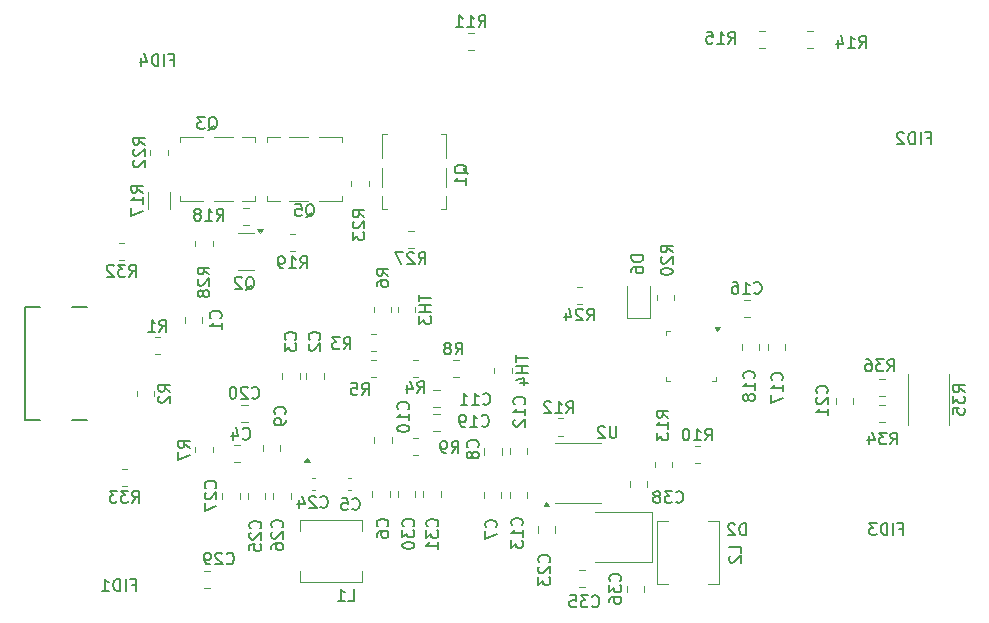
<source format=gbr>
%TF.GenerationSoftware,KiCad,Pcbnew,8.0.3+1*%
%TF.CreationDate,2024-07-24T18:26:52+00:00*%
%TF.ProjectId,LION2CELL02,4c494f4e-3243-4454-9c4c-30322e6b6963,rev?*%
%TF.SameCoordinates,Original*%
%TF.FileFunction,Legend,Bot*%
%TF.FilePolarity,Positive*%
%FSLAX46Y46*%
G04 Gerber Fmt 4.6, Leading zero omitted, Abs format (unit mm)*
G04 Created by KiCad (PCBNEW 8.0.3+1) date 2024-07-24 18:26:52*
%MOMM*%
%LPD*%
G01*
G04 APERTURE LIST*
%ADD10C,0.150000*%
%ADD11C,0.120000*%
%ADD12C,0.200000*%
G04 APERTURE END LIST*
D10*
X21974980Y39409667D02*
X22022600Y39457286D01*
X22022600Y39457286D02*
X22070219Y39600143D01*
X22070219Y39600143D02*
X22070219Y39695381D01*
X22070219Y39695381D02*
X22022600Y39838238D01*
X22022600Y39838238D02*
X21927361Y39933476D01*
X21927361Y39933476D02*
X21832123Y39981095D01*
X21832123Y39981095D02*
X21641647Y40028714D01*
X21641647Y40028714D02*
X21498790Y40028714D01*
X21498790Y40028714D02*
X21308314Y39981095D01*
X21308314Y39981095D02*
X21213076Y39933476D01*
X21213076Y39933476D02*
X21117838Y39838238D01*
X21117838Y39838238D02*
X21070219Y39695381D01*
X21070219Y39695381D02*
X21070219Y39600143D01*
X21070219Y39600143D02*
X21117838Y39457286D01*
X21117838Y39457286D02*
X21165457Y39409667D01*
X22070219Y38457286D02*
X22070219Y39028714D01*
X22070219Y38743000D02*
X21070219Y38743000D01*
X21070219Y38743000D02*
X21213076Y38838238D01*
X21213076Y38838238D02*
X21308314Y38933476D01*
X21308314Y38933476D02*
X21355933Y39028714D01*
X33135866Y23262420D02*
X33183485Y23214800D01*
X33183485Y23214800D02*
X33326342Y23167181D01*
X33326342Y23167181D02*
X33421580Y23167181D01*
X33421580Y23167181D02*
X33564437Y23214800D01*
X33564437Y23214800D02*
X33659675Y23310039D01*
X33659675Y23310039D02*
X33707294Y23405277D01*
X33707294Y23405277D02*
X33754913Y23595753D01*
X33754913Y23595753D02*
X33754913Y23738610D01*
X33754913Y23738610D02*
X33707294Y23929086D01*
X33707294Y23929086D02*
X33659675Y24024324D01*
X33659675Y24024324D02*
X33564437Y24119562D01*
X33564437Y24119562D02*
X33421580Y24167181D01*
X33421580Y24167181D02*
X33326342Y24167181D01*
X33326342Y24167181D02*
X33183485Y24119562D01*
X33183485Y24119562D02*
X33135866Y24071943D01*
X32231104Y24167181D02*
X32707294Y24167181D01*
X32707294Y24167181D02*
X32754913Y23690991D01*
X32754913Y23690991D02*
X32707294Y23738610D01*
X32707294Y23738610D02*
X32612056Y23786229D01*
X32612056Y23786229D02*
X32373961Y23786229D01*
X32373961Y23786229D02*
X32278723Y23738610D01*
X32278723Y23738610D02*
X32231104Y23690991D01*
X32231104Y23690991D02*
X32183485Y23595753D01*
X32183485Y23595753D02*
X32183485Y23357658D01*
X32183485Y23357658D02*
X32231104Y23262420D01*
X32231104Y23262420D02*
X32278723Y23214800D01*
X32278723Y23214800D02*
X32373961Y23167181D01*
X32373961Y23167181D02*
X32612056Y23167181D01*
X32612056Y23167181D02*
X32707294Y23214800D01*
X32707294Y23214800D02*
X32754913Y23262420D01*
X36097380Y21782067D02*
X36145000Y21829686D01*
X36145000Y21829686D02*
X36192619Y21972543D01*
X36192619Y21972543D02*
X36192619Y22067781D01*
X36192619Y22067781D02*
X36145000Y22210638D01*
X36145000Y22210638D02*
X36049761Y22305876D01*
X36049761Y22305876D02*
X35954523Y22353495D01*
X35954523Y22353495D02*
X35764047Y22401114D01*
X35764047Y22401114D02*
X35621190Y22401114D01*
X35621190Y22401114D02*
X35430714Y22353495D01*
X35430714Y22353495D02*
X35335476Y22305876D01*
X35335476Y22305876D02*
X35240238Y22210638D01*
X35240238Y22210638D02*
X35192619Y22067781D01*
X35192619Y22067781D02*
X35192619Y21972543D01*
X35192619Y21972543D02*
X35240238Y21829686D01*
X35240238Y21829686D02*
X35287857Y21782067D01*
X35192619Y20924924D02*
X35192619Y21115400D01*
X35192619Y21115400D02*
X35240238Y21210638D01*
X35240238Y21210638D02*
X35287857Y21258257D01*
X35287857Y21258257D02*
X35430714Y21353495D01*
X35430714Y21353495D02*
X35621190Y21401114D01*
X35621190Y21401114D02*
X36002142Y21401114D01*
X36002142Y21401114D02*
X36097380Y21353495D01*
X36097380Y21353495D02*
X36145000Y21305876D01*
X36145000Y21305876D02*
X36192619Y21210638D01*
X36192619Y21210638D02*
X36192619Y21020162D01*
X36192619Y21020162D02*
X36145000Y20924924D01*
X36145000Y20924924D02*
X36097380Y20877305D01*
X36097380Y20877305D02*
X36002142Y20829686D01*
X36002142Y20829686D02*
X35764047Y20829686D01*
X35764047Y20829686D02*
X35668809Y20877305D01*
X35668809Y20877305D02*
X35621190Y20924924D01*
X35621190Y20924924D02*
X35573571Y21020162D01*
X35573571Y21020162D02*
X35573571Y21210638D01*
X35573571Y21210638D02*
X35621190Y21305876D01*
X35621190Y21305876D02*
X35668809Y21353495D01*
X35668809Y21353495D02*
X35764047Y21401114D01*
X45292180Y21705867D02*
X45339800Y21753486D01*
X45339800Y21753486D02*
X45387419Y21896343D01*
X45387419Y21896343D02*
X45387419Y21991581D01*
X45387419Y21991581D02*
X45339800Y22134438D01*
X45339800Y22134438D02*
X45244561Y22229676D01*
X45244561Y22229676D02*
X45149323Y22277295D01*
X45149323Y22277295D02*
X44958847Y22324914D01*
X44958847Y22324914D02*
X44815990Y22324914D01*
X44815990Y22324914D02*
X44625514Y22277295D01*
X44625514Y22277295D02*
X44530276Y22229676D01*
X44530276Y22229676D02*
X44435038Y22134438D01*
X44435038Y22134438D02*
X44387419Y21991581D01*
X44387419Y21991581D02*
X44387419Y21896343D01*
X44387419Y21896343D02*
X44435038Y21753486D01*
X44435038Y21753486D02*
X44482657Y21705867D01*
X44387419Y21372533D02*
X44387419Y20705867D01*
X44387419Y20705867D02*
X45387419Y21134438D01*
X43742780Y28487667D02*
X43790400Y28535286D01*
X43790400Y28535286D02*
X43838019Y28678143D01*
X43838019Y28678143D02*
X43838019Y28773381D01*
X43838019Y28773381D02*
X43790400Y28916238D01*
X43790400Y28916238D02*
X43695161Y29011476D01*
X43695161Y29011476D02*
X43599923Y29059095D01*
X43599923Y29059095D02*
X43409447Y29106714D01*
X43409447Y29106714D02*
X43266590Y29106714D01*
X43266590Y29106714D02*
X43076114Y29059095D01*
X43076114Y29059095D02*
X42980876Y29011476D01*
X42980876Y29011476D02*
X42885638Y28916238D01*
X42885638Y28916238D02*
X42838019Y28773381D01*
X42838019Y28773381D02*
X42838019Y28678143D01*
X42838019Y28678143D02*
X42885638Y28535286D01*
X42885638Y28535286D02*
X42933257Y28487667D01*
X43266590Y27916238D02*
X43218971Y28011476D01*
X43218971Y28011476D02*
X43171352Y28059095D01*
X43171352Y28059095D02*
X43076114Y28106714D01*
X43076114Y28106714D02*
X43028495Y28106714D01*
X43028495Y28106714D02*
X42933257Y28059095D01*
X42933257Y28059095D02*
X42885638Y28011476D01*
X42885638Y28011476D02*
X42838019Y27916238D01*
X42838019Y27916238D02*
X42838019Y27725762D01*
X42838019Y27725762D02*
X42885638Y27630524D01*
X42885638Y27630524D02*
X42933257Y27582905D01*
X42933257Y27582905D02*
X43028495Y27535286D01*
X43028495Y27535286D02*
X43076114Y27535286D01*
X43076114Y27535286D02*
X43171352Y27582905D01*
X43171352Y27582905D02*
X43218971Y27630524D01*
X43218971Y27630524D02*
X43266590Y27725762D01*
X43266590Y27725762D02*
X43266590Y27916238D01*
X43266590Y27916238D02*
X43314209Y28011476D01*
X43314209Y28011476D02*
X43361828Y28059095D01*
X43361828Y28059095D02*
X43457066Y28106714D01*
X43457066Y28106714D02*
X43647542Y28106714D01*
X43647542Y28106714D02*
X43742780Y28059095D01*
X43742780Y28059095D02*
X43790400Y28011476D01*
X43790400Y28011476D02*
X43838019Y27916238D01*
X43838019Y27916238D02*
X43838019Y27725762D01*
X43838019Y27725762D02*
X43790400Y27630524D01*
X43790400Y27630524D02*
X43742780Y27582905D01*
X43742780Y27582905D02*
X43647542Y27535286D01*
X43647542Y27535286D02*
X43457066Y27535286D01*
X43457066Y27535286D02*
X43361828Y27582905D01*
X43361828Y27582905D02*
X43314209Y27630524D01*
X43314209Y27630524D02*
X43266590Y27725762D01*
X27410580Y31307067D02*
X27458200Y31354686D01*
X27458200Y31354686D02*
X27505819Y31497543D01*
X27505819Y31497543D02*
X27505819Y31592781D01*
X27505819Y31592781D02*
X27458200Y31735638D01*
X27458200Y31735638D02*
X27362961Y31830876D01*
X27362961Y31830876D02*
X27267723Y31878495D01*
X27267723Y31878495D02*
X27077247Y31926114D01*
X27077247Y31926114D02*
X26934390Y31926114D01*
X26934390Y31926114D02*
X26743914Y31878495D01*
X26743914Y31878495D02*
X26648676Y31830876D01*
X26648676Y31830876D02*
X26553438Y31735638D01*
X26553438Y31735638D02*
X26505819Y31592781D01*
X26505819Y31592781D02*
X26505819Y31497543D01*
X26505819Y31497543D02*
X26553438Y31354686D01*
X26553438Y31354686D02*
X26601057Y31307067D01*
X27505819Y30830876D02*
X27505819Y30640400D01*
X27505819Y30640400D02*
X27458200Y30545162D01*
X27458200Y30545162D02*
X27410580Y30497543D01*
X27410580Y30497543D02*
X27267723Y30402305D01*
X27267723Y30402305D02*
X27077247Y30354686D01*
X27077247Y30354686D02*
X26696295Y30354686D01*
X26696295Y30354686D02*
X26601057Y30402305D01*
X26601057Y30402305D02*
X26553438Y30449924D01*
X26553438Y30449924D02*
X26505819Y30545162D01*
X26505819Y30545162D02*
X26505819Y30735638D01*
X26505819Y30735638D02*
X26553438Y30830876D01*
X26553438Y30830876D02*
X26601057Y30878495D01*
X26601057Y30878495D02*
X26696295Y30926114D01*
X26696295Y30926114D02*
X26934390Y30926114D01*
X26934390Y30926114D02*
X27029628Y30878495D01*
X27029628Y30878495D02*
X27077247Y30830876D01*
X27077247Y30830876D02*
X27124866Y30735638D01*
X27124866Y30735638D02*
X27124866Y30545162D01*
X27124866Y30545162D02*
X27077247Y30449924D01*
X27077247Y30449924D02*
X27029628Y30402305D01*
X27029628Y30402305D02*
X26934390Y30354686D01*
X44203857Y32177820D02*
X44251476Y32130200D01*
X44251476Y32130200D02*
X44394333Y32082581D01*
X44394333Y32082581D02*
X44489571Y32082581D01*
X44489571Y32082581D02*
X44632428Y32130200D01*
X44632428Y32130200D02*
X44727666Y32225439D01*
X44727666Y32225439D02*
X44775285Y32320677D01*
X44775285Y32320677D02*
X44822904Y32511153D01*
X44822904Y32511153D02*
X44822904Y32654010D01*
X44822904Y32654010D02*
X44775285Y32844486D01*
X44775285Y32844486D02*
X44727666Y32939724D01*
X44727666Y32939724D02*
X44632428Y33034962D01*
X44632428Y33034962D02*
X44489571Y33082581D01*
X44489571Y33082581D02*
X44394333Y33082581D01*
X44394333Y33082581D02*
X44251476Y33034962D01*
X44251476Y33034962D02*
X44203857Y32987343D01*
X43251476Y32082581D02*
X43822904Y32082581D01*
X43537190Y32082581D02*
X43537190Y33082581D01*
X43537190Y33082581D02*
X43632428Y32939724D01*
X43632428Y32939724D02*
X43727666Y32844486D01*
X43727666Y32844486D02*
X43822904Y32796867D01*
X42299095Y32082581D02*
X42870523Y32082581D01*
X42584809Y32082581D02*
X42584809Y33082581D01*
X42584809Y33082581D02*
X42680047Y32939724D01*
X42680047Y32939724D02*
X42775285Y32844486D01*
X42775285Y32844486D02*
X42870523Y32796867D01*
X67163961Y41577924D02*
X67211580Y41530304D01*
X67211580Y41530304D02*
X67354437Y41482685D01*
X67354437Y41482685D02*
X67449675Y41482685D01*
X67449675Y41482685D02*
X67592532Y41530304D01*
X67592532Y41530304D02*
X67687770Y41625543D01*
X67687770Y41625543D02*
X67735389Y41720781D01*
X67735389Y41720781D02*
X67783008Y41911257D01*
X67783008Y41911257D02*
X67783008Y42054114D01*
X67783008Y42054114D02*
X67735389Y42244590D01*
X67735389Y42244590D02*
X67687770Y42339828D01*
X67687770Y42339828D02*
X67592532Y42435066D01*
X67592532Y42435066D02*
X67449675Y42482685D01*
X67449675Y42482685D02*
X67354437Y42482685D01*
X67354437Y42482685D02*
X67211580Y42435066D01*
X67211580Y42435066D02*
X67163961Y42387447D01*
X66211580Y41482685D02*
X66783008Y41482685D01*
X66497294Y41482685D02*
X66497294Y42482685D01*
X66497294Y42482685D02*
X66592532Y42339828D01*
X66592532Y42339828D02*
X66687770Y42244590D01*
X66687770Y42244590D02*
X66783008Y42196971D01*
X65354437Y42482685D02*
X65544913Y42482685D01*
X65544913Y42482685D02*
X65640151Y42435066D01*
X65640151Y42435066D02*
X65687770Y42387447D01*
X65687770Y42387447D02*
X65783008Y42244590D01*
X65783008Y42244590D02*
X65830627Y42054114D01*
X65830627Y42054114D02*
X65830627Y41673162D01*
X65830627Y41673162D02*
X65783008Y41577924D01*
X65783008Y41577924D02*
X65735389Y41530304D01*
X65735389Y41530304D02*
X65640151Y41482685D01*
X65640151Y41482685D02*
X65449675Y41482685D01*
X65449675Y41482685D02*
X65354437Y41530304D01*
X65354437Y41530304D02*
X65306818Y41577924D01*
X65306818Y41577924D02*
X65259199Y41673162D01*
X65259199Y41673162D02*
X65259199Y41911257D01*
X65259199Y41911257D02*
X65306818Y42006495D01*
X65306818Y42006495D02*
X65354437Y42054114D01*
X65354437Y42054114D02*
X65449675Y42101733D01*
X65449675Y42101733D02*
X65640151Y42101733D01*
X65640151Y42101733D02*
X65735389Y42054114D01*
X65735389Y42054114D02*
X65783008Y42006495D01*
X65783008Y42006495D02*
X65830627Y41911257D01*
X69498380Y34170858D02*
X69546000Y34218477D01*
X69546000Y34218477D02*
X69593619Y34361334D01*
X69593619Y34361334D02*
X69593619Y34456572D01*
X69593619Y34456572D02*
X69546000Y34599429D01*
X69546000Y34599429D02*
X69450761Y34694667D01*
X69450761Y34694667D02*
X69355523Y34742286D01*
X69355523Y34742286D02*
X69165047Y34789905D01*
X69165047Y34789905D02*
X69022190Y34789905D01*
X69022190Y34789905D02*
X68831714Y34742286D01*
X68831714Y34742286D02*
X68736476Y34694667D01*
X68736476Y34694667D02*
X68641238Y34599429D01*
X68641238Y34599429D02*
X68593619Y34456572D01*
X68593619Y34456572D02*
X68593619Y34361334D01*
X68593619Y34361334D02*
X68641238Y34218477D01*
X68641238Y34218477D02*
X68688857Y34170858D01*
X69593619Y33218477D02*
X69593619Y33789905D01*
X69593619Y33504191D02*
X68593619Y33504191D01*
X68593619Y33504191D02*
X68736476Y33599429D01*
X68736476Y33599429D02*
X68831714Y33694667D01*
X68831714Y33694667D02*
X68879333Y33789905D01*
X68593619Y32885143D02*
X68593619Y32218477D01*
X68593619Y32218477D02*
X69593619Y32647048D01*
X67136180Y34323258D02*
X67183800Y34370877D01*
X67183800Y34370877D02*
X67231419Y34513734D01*
X67231419Y34513734D02*
X67231419Y34608972D01*
X67231419Y34608972D02*
X67183800Y34751829D01*
X67183800Y34751829D02*
X67088561Y34847067D01*
X67088561Y34847067D02*
X66993323Y34894686D01*
X66993323Y34894686D02*
X66802847Y34942305D01*
X66802847Y34942305D02*
X66659990Y34942305D01*
X66659990Y34942305D02*
X66469514Y34894686D01*
X66469514Y34894686D02*
X66374276Y34847067D01*
X66374276Y34847067D02*
X66279038Y34751829D01*
X66279038Y34751829D02*
X66231419Y34608972D01*
X66231419Y34608972D02*
X66231419Y34513734D01*
X66231419Y34513734D02*
X66279038Y34370877D01*
X66279038Y34370877D02*
X66326657Y34323258D01*
X67231419Y33370877D02*
X67231419Y33942305D01*
X67231419Y33656591D02*
X66231419Y33656591D01*
X66231419Y33656591D02*
X66374276Y33751829D01*
X66374276Y33751829D02*
X66469514Y33847067D01*
X66469514Y33847067D02*
X66517133Y33942305D01*
X66659990Y32799448D02*
X66612371Y32894686D01*
X66612371Y32894686D02*
X66564752Y32942305D01*
X66564752Y32942305D02*
X66469514Y32989924D01*
X66469514Y32989924D02*
X66421895Y32989924D01*
X66421895Y32989924D02*
X66326657Y32942305D01*
X66326657Y32942305D02*
X66279038Y32894686D01*
X66279038Y32894686D02*
X66231419Y32799448D01*
X66231419Y32799448D02*
X66231419Y32608972D01*
X66231419Y32608972D02*
X66279038Y32513734D01*
X66279038Y32513734D02*
X66326657Y32466115D01*
X66326657Y32466115D02*
X66421895Y32418496D01*
X66421895Y32418496D02*
X66469514Y32418496D01*
X66469514Y32418496D02*
X66564752Y32466115D01*
X66564752Y32466115D02*
X66612371Y32513734D01*
X66612371Y32513734D02*
X66659990Y32608972D01*
X66659990Y32608972D02*
X66659990Y32799448D01*
X66659990Y32799448D02*
X66707609Y32894686D01*
X66707609Y32894686D02*
X66755228Y32942305D01*
X66755228Y32942305D02*
X66850466Y32989924D01*
X66850466Y32989924D02*
X67040942Y32989924D01*
X67040942Y32989924D02*
X67136180Y32942305D01*
X67136180Y32942305D02*
X67183800Y32894686D01*
X67183800Y32894686D02*
X67231419Y32799448D01*
X67231419Y32799448D02*
X67231419Y32608972D01*
X67231419Y32608972D02*
X67183800Y32513734D01*
X67183800Y32513734D02*
X67136180Y32466115D01*
X67136180Y32466115D02*
X67040942Y32418496D01*
X67040942Y32418496D02*
X66850466Y32418496D01*
X66850466Y32418496D02*
X66755228Y32466115D01*
X66755228Y32466115D02*
X66707609Y32513734D01*
X66707609Y32513734D02*
X66659990Y32608972D01*
X32772366Y15496381D02*
X33248556Y15496381D01*
X33248556Y15496381D02*
X33248556Y16496381D01*
X31915223Y15496381D02*
X32486651Y15496381D01*
X32200937Y15496381D02*
X32200937Y16496381D01*
X32200937Y16496381D02*
X32296175Y16353524D01*
X32296175Y16353524D02*
X32391413Y16258286D01*
X32391413Y16258286D02*
X32486651Y16210667D01*
X42891857Y51631839D02*
X42844238Y51727077D01*
X42844238Y51727077D02*
X42749000Y51822315D01*
X42749000Y51822315D02*
X42606142Y51965172D01*
X42606142Y51965172D02*
X42558523Y52060410D01*
X42558523Y52060410D02*
X42558523Y52155648D01*
X42796619Y52108029D02*
X42749000Y52203267D01*
X42749000Y52203267D02*
X42653761Y52298505D01*
X42653761Y52298505D02*
X42463285Y52346124D01*
X42463285Y52346124D02*
X42129952Y52346124D01*
X42129952Y52346124D02*
X41939476Y52298505D01*
X41939476Y52298505D02*
X41844238Y52203267D01*
X41844238Y52203267D02*
X41796619Y52108029D01*
X41796619Y52108029D02*
X41796619Y51917553D01*
X41796619Y51917553D02*
X41844238Y51822315D01*
X41844238Y51822315D02*
X41939476Y51727077D01*
X41939476Y51727077D02*
X42129952Y51679458D01*
X42129952Y51679458D02*
X42463285Y51679458D01*
X42463285Y51679458D02*
X42653761Y51727077D01*
X42653761Y51727077D02*
X42749000Y51822315D01*
X42749000Y51822315D02*
X42796619Y51917553D01*
X42796619Y51917553D02*
X42796619Y52108029D01*
X42796619Y50727077D02*
X42796619Y51298505D01*
X42796619Y51012791D02*
X41796619Y51012791D01*
X41796619Y51012791D02*
X41939476Y51108029D01*
X41939476Y51108029D02*
X42034714Y51203267D01*
X42034714Y51203267D02*
X42082333Y51298505D01*
X16803666Y38279181D02*
X17136999Y38755372D01*
X17375094Y38279181D02*
X17375094Y39279181D01*
X17375094Y39279181D02*
X16994142Y39279181D01*
X16994142Y39279181D02*
X16898904Y39231562D01*
X16898904Y39231562D02*
X16851285Y39183943D01*
X16851285Y39183943D02*
X16803666Y39088705D01*
X16803666Y39088705D02*
X16803666Y38945848D01*
X16803666Y38945848D02*
X16851285Y38850610D01*
X16851285Y38850610D02*
X16898904Y38802991D01*
X16898904Y38802991D02*
X16994142Y38755372D01*
X16994142Y38755372D02*
X17375094Y38755372D01*
X15851285Y38279181D02*
X16422713Y38279181D01*
X16136999Y38279181D02*
X16136999Y39279181D01*
X16136999Y39279181D02*
X16232237Y39136324D01*
X16232237Y39136324D02*
X16327475Y39041086D01*
X16327475Y39041086D02*
X16422713Y38993467D01*
X32399266Y36781581D02*
X32732599Y37257772D01*
X32970694Y36781581D02*
X32970694Y37781581D01*
X32970694Y37781581D02*
X32589742Y37781581D01*
X32589742Y37781581D02*
X32494504Y37733962D01*
X32494504Y37733962D02*
X32446885Y37686343D01*
X32446885Y37686343D02*
X32399266Y37591105D01*
X32399266Y37591105D02*
X32399266Y37448248D01*
X32399266Y37448248D02*
X32446885Y37353010D01*
X32446885Y37353010D02*
X32494504Y37305391D01*
X32494504Y37305391D02*
X32589742Y37257772D01*
X32589742Y37257772D02*
X32970694Y37257772D01*
X32065932Y37781581D02*
X31446885Y37781581D01*
X31446885Y37781581D02*
X31780218Y37400629D01*
X31780218Y37400629D02*
X31637361Y37400629D01*
X31637361Y37400629D02*
X31542123Y37353010D01*
X31542123Y37353010D02*
X31494504Y37305391D01*
X31494504Y37305391D02*
X31446885Y37210153D01*
X31446885Y37210153D02*
X31446885Y36972058D01*
X31446885Y36972058D02*
X31494504Y36876820D01*
X31494504Y36876820D02*
X31542123Y36829200D01*
X31542123Y36829200D02*
X31637361Y36781581D01*
X31637361Y36781581D02*
X31923075Y36781581D01*
X31923075Y36781581D02*
X32018313Y36829200D01*
X32018313Y36829200D02*
X32065932Y36876820D01*
X33948666Y32920781D02*
X34281999Y33396972D01*
X34520094Y32920781D02*
X34520094Y33920781D01*
X34520094Y33920781D02*
X34139142Y33920781D01*
X34139142Y33920781D02*
X34043904Y33873162D01*
X34043904Y33873162D02*
X33996285Y33825543D01*
X33996285Y33825543D02*
X33948666Y33730305D01*
X33948666Y33730305D02*
X33948666Y33587448D01*
X33948666Y33587448D02*
X33996285Y33492210D01*
X33996285Y33492210D02*
X34043904Y33444591D01*
X34043904Y33444591D02*
X34139142Y33396972D01*
X34139142Y33396972D02*
X34520094Y33396972D01*
X33043904Y33920781D02*
X33520094Y33920781D01*
X33520094Y33920781D02*
X33567713Y33444591D01*
X33567713Y33444591D02*
X33520094Y33492210D01*
X33520094Y33492210D02*
X33424856Y33539829D01*
X33424856Y33539829D02*
X33186761Y33539829D01*
X33186761Y33539829D02*
X33091523Y33492210D01*
X33091523Y33492210D02*
X33043904Y33444591D01*
X33043904Y33444591D02*
X32996285Y33349353D01*
X32996285Y33349353D02*
X32996285Y33111258D01*
X32996285Y33111258D02*
X33043904Y33016020D01*
X33043904Y33016020D02*
X33091523Y32968400D01*
X33091523Y32968400D02*
X33186761Y32920781D01*
X33186761Y32920781D02*
X33424856Y32920781D01*
X33424856Y32920781D02*
X33520094Y32968400D01*
X33520094Y32968400D02*
X33567713Y33016020D01*
X36192619Y43016467D02*
X35716428Y43349800D01*
X36192619Y43587895D02*
X35192619Y43587895D01*
X35192619Y43587895D02*
X35192619Y43206943D01*
X35192619Y43206943D02*
X35240238Y43111705D01*
X35240238Y43111705D02*
X35287857Y43064086D01*
X35287857Y43064086D02*
X35383095Y43016467D01*
X35383095Y43016467D02*
X35525952Y43016467D01*
X35525952Y43016467D02*
X35621190Y43064086D01*
X35621190Y43064086D02*
X35668809Y43111705D01*
X35668809Y43111705D02*
X35716428Y43206943D01*
X35716428Y43206943D02*
X35716428Y43587895D01*
X35192619Y42159324D02*
X35192619Y42349800D01*
X35192619Y42349800D02*
X35240238Y42445038D01*
X35240238Y42445038D02*
X35287857Y42492657D01*
X35287857Y42492657D02*
X35430714Y42587895D01*
X35430714Y42587895D02*
X35621190Y42635514D01*
X35621190Y42635514D02*
X36002142Y42635514D01*
X36002142Y42635514D02*
X36097380Y42587895D01*
X36097380Y42587895D02*
X36145000Y42540276D01*
X36145000Y42540276D02*
X36192619Y42445038D01*
X36192619Y42445038D02*
X36192619Y42254562D01*
X36192619Y42254562D02*
X36145000Y42159324D01*
X36145000Y42159324D02*
X36097380Y42111705D01*
X36097380Y42111705D02*
X36002142Y42064086D01*
X36002142Y42064086D02*
X35764047Y42064086D01*
X35764047Y42064086D02*
X35668809Y42111705D01*
X35668809Y42111705D02*
X35621190Y42159324D01*
X35621190Y42159324D02*
X35573571Y42254562D01*
X35573571Y42254562D02*
X35573571Y42445038D01*
X35573571Y42445038D02*
X35621190Y42540276D01*
X35621190Y42540276D02*
X35668809Y42587895D01*
X35668809Y42587895D02*
X35764047Y42635514D01*
X19378819Y28436867D02*
X18902628Y28770200D01*
X19378819Y29008295D02*
X18378819Y29008295D01*
X18378819Y29008295D02*
X18378819Y28627343D01*
X18378819Y28627343D02*
X18426438Y28532105D01*
X18426438Y28532105D02*
X18474057Y28484486D01*
X18474057Y28484486D02*
X18569295Y28436867D01*
X18569295Y28436867D02*
X18712152Y28436867D01*
X18712152Y28436867D02*
X18807390Y28484486D01*
X18807390Y28484486D02*
X18855009Y28532105D01*
X18855009Y28532105D02*
X18902628Y28627343D01*
X18902628Y28627343D02*
X18902628Y29008295D01*
X18378819Y28103533D02*
X18378819Y27436867D01*
X18378819Y27436867D02*
X19378819Y27865438D01*
X41873466Y36349781D02*
X42206799Y36825972D01*
X42444894Y36349781D02*
X42444894Y37349781D01*
X42444894Y37349781D02*
X42063942Y37349781D01*
X42063942Y37349781D02*
X41968704Y37302162D01*
X41968704Y37302162D02*
X41921085Y37254543D01*
X41921085Y37254543D02*
X41873466Y37159305D01*
X41873466Y37159305D02*
X41873466Y37016448D01*
X41873466Y37016448D02*
X41921085Y36921210D01*
X41921085Y36921210D02*
X41968704Y36873591D01*
X41968704Y36873591D02*
X42063942Y36825972D01*
X42063942Y36825972D02*
X42444894Y36825972D01*
X41302037Y36921210D02*
X41397275Y36968829D01*
X41397275Y36968829D02*
X41444894Y37016448D01*
X41444894Y37016448D02*
X41492513Y37111686D01*
X41492513Y37111686D02*
X41492513Y37159305D01*
X41492513Y37159305D02*
X41444894Y37254543D01*
X41444894Y37254543D02*
X41397275Y37302162D01*
X41397275Y37302162D02*
X41302037Y37349781D01*
X41302037Y37349781D02*
X41111561Y37349781D01*
X41111561Y37349781D02*
X41016323Y37302162D01*
X41016323Y37302162D02*
X40968704Y37254543D01*
X40968704Y37254543D02*
X40921085Y37159305D01*
X40921085Y37159305D02*
X40921085Y37111686D01*
X40921085Y37111686D02*
X40968704Y37016448D01*
X40968704Y37016448D02*
X41016323Y36968829D01*
X41016323Y36968829D02*
X41111561Y36921210D01*
X41111561Y36921210D02*
X41302037Y36921210D01*
X41302037Y36921210D02*
X41397275Y36873591D01*
X41397275Y36873591D02*
X41444894Y36825972D01*
X41444894Y36825972D02*
X41492513Y36730734D01*
X41492513Y36730734D02*
X41492513Y36540258D01*
X41492513Y36540258D02*
X41444894Y36445020D01*
X41444894Y36445020D02*
X41397275Y36397400D01*
X41397275Y36397400D02*
X41302037Y36349781D01*
X41302037Y36349781D02*
X41111561Y36349781D01*
X41111561Y36349781D02*
X41016323Y36397400D01*
X41016323Y36397400D02*
X40968704Y36445020D01*
X40968704Y36445020D02*
X40921085Y36540258D01*
X40921085Y36540258D02*
X40921085Y36730734D01*
X40921085Y36730734D02*
X40968704Y36825972D01*
X40968704Y36825972D02*
X41016323Y36873591D01*
X41016323Y36873591D02*
X41111561Y36921210D01*
X41543266Y27993181D02*
X41876599Y28469372D01*
X42114694Y27993181D02*
X42114694Y28993181D01*
X42114694Y28993181D02*
X41733742Y28993181D01*
X41733742Y28993181D02*
X41638504Y28945562D01*
X41638504Y28945562D02*
X41590885Y28897943D01*
X41590885Y28897943D02*
X41543266Y28802705D01*
X41543266Y28802705D02*
X41543266Y28659848D01*
X41543266Y28659848D02*
X41590885Y28564610D01*
X41590885Y28564610D02*
X41638504Y28516991D01*
X41638504Y28516991D02*
X41733742Y28469372D01*
X41733742Y28469372D02*
X42114694Y28469372D01*
X41067075Y27993181D02*
X40876599Y27993181D01*
X40876599Y27993181D02*
X40781361Y28040800D01*
X40781361Y28040800D02*
X40733742Y28088420D01*
X40733742Y28088420D02*
X40638504Y28231277D01*
X40638504Y28231277D02*
X40590885Y28421753D01*
X40590885Y28421753D02*
X40590885Y28802705D01*
X40590885Y28802705D02*
X40638504Y28897943D01*
X40638504Y28897943D02*
X40686123Y28945562D01*
X40686123Y28945562D02*
X40781361Y28993181D01*
X40781361Y28993181D02*
X40971837Y28993181D01*
X40971837Y28993181D02*
X41067075Y28945562D01*
X41067075Y28945562D02*
X41114694Y28897943D01*
X41114694Y28897943D02*
X41162313Y28802705D01*
X41162313Y28802705D02*
X41162313Y28564610D01*
X41162313Y28564610D02*
X41114694Y28469372D01*
X41114694Y28469372D02*
X41067075Y28421753D01*
X41067075Y28421753D02*
X40971837Y28374134D01*
X40971837Y28374134D02*
X40781361Y28374134D01*
X40781361Y28374134D02*
X40686123Y28421753D01*
X40686123Y28421753D02*
X40638504Y28469372D01*
X40638504Y28469372D02*
X40590885Y28564610D01*
X43822857Y64060181D02*
X44156190Y64536372D01*
X44394285Y64060181D02*
X44394285Y65060181D01*
X44394285Y65060181D02*
X44013333Y65060181D01*
X44013333Y65060181D02*
X43918095Y65012562D01*
X43918095Y65012562D02*
X43870476Y64964943D01*
X43870476Y64964943D02*
X43822857Y64869705D01*
X43822857Y64869705D02*
X43822857Y64726848D01*
X43822857Y64726848D02*
X43870476Y64631610D01*
X43870476Y64631610D02*
X43918095Y64583991D01*
X43918095Y64583991D02*
X44013333Y64536372D01*
X44013333Y64536372D02*
X44394285Y64536372D01*
X42870476Y64060181D02*
X43441904Y64060181D01*
X43156190Y64060181D02*
X43156190Y65060181D01*
X43156190Y65060181D02*
X43251428Y64917324D01*
X43251428Y64917324D02*
X43346666Y64822086D01*
X43346666Y64822086D02*
X43441904Y64774467D01*
X41918095Y64060181D02*
X42489523Y64060181D01*
X42203809Y64060181D02*
X42203809Y65060181D01*
X42203809Y65060181D02*
X42299047Y64917324D01*
X42299047Y64917324D02*
X42394285Y64822086D01*
X42394285Y64822086D02*
X42489523Y64774467D01*
X15398819Y50045858D02*
X14922628Y50379191D01*
X15398819Y50617286D02*
X14398819Y50617286D01*
X14398819Y50617286D02*
X14398819Y50236334D01*
X14398819Y50236334D02*
X14446438Y50141096D01*
X14446438Y50141096D02*
X14494057Y50093477D01*
X14494057Y50093477D02*
X14589295Y50045858D01*
X14589295Y50045858D02*
X14732152Y50045858D01*
X14732152Y50045858D02*
X14827390Y50093477D01*
X14827390Y50093477D02*
X14875009Y50141096D01*
X14875009Y50141096D02*
X14922628Y50236334D01*
X14922628Y50236334D02*
X14922628Y50617286D01*
X15398819Y49093477D02*
X15398819Y49664905D01*
X15398819Y49379191D02*
X14398819Y49379191D01*
X14398819Y49379191D02*
X14541676Y49474429D01*
X14541676Y49474429D02*
X14636914Y49569667D01*
X14636914Y49569667D02*
X14684533Y49664905D01*
X14398819Y48760143D02*
X14398819Y48093477D01*
X14398819Y48093477D02*
X15398819Y48522048D01*
X21648657Y47678181D02*
X21981990Y48154372D01*
X22220085Y47678181D02*
X22220085Y48678181D01*
X22220085Y48678181D02*
X21839133Y48678181D01*
X21839133Y48678181D02*
X21743895Y48630562D01*
X21743895Y48630562D02*
X21696276Y48582943D01*
X21696276Y48582943D02*
X21648657Y48487705D01*
X21648657Y48487705D02*
X21648657Y48344848D01*
X21648657Y48344848D02*
X21696276Y48249610D01*
X21696276Y48249610D02*
X21743895Y48201991D01*
X21743895Y48201991D02*
X21839133Y48154372D01*
X21839133Y48154372D02*
X22220085Y48154372D01*
X20696276Y47678181D02*
X21267704Y47678181D01*
X20981990Y47678181D02*
X20981990Y48678181D01*
X20981990Y48678181D02*
X21077228Y48535324D01*
X21077228Y48535324D02*
X21172466Y48440086D01*
X21172466Y48440086D02*
X21267704Y48392467D01*
X20124847Y48249610D02*
X20220085Y48297229D01*
X20220085Y48297229D02*
X20267704Y48344848D01*
X20267704Y48344848D02*
X20315323Y48440086D01*
X20315323Y48440086D02*
X20315323Y48487705D01*
X20315323Y48487705D02*
X20267704Y48582943D01*
X20267704Y48582943D02*
X20220085Y48630562D01*
X20220085Y48630562D02*
X20124847Y48678181D01*
X20124847Y48678181D02*
X19934371Y48678181D01*
X19934371Y48678181D02*
X19839133Y48630562D01*
X19839133Y48630562D02*
X19791514Y48582943D01*
X19791514Y48582943D02*
X19743895Y48487705D01*
X19743895Y48487705D02*
X19743895Y48440086D01*
X19743895Y48440086D02*
X19791514Y48344848D01*
X19791514Y48344848D02*
X19839133Y48297229D01*
X19839133Y48297229D02*
X19934371Y48249610D01*
X19934371Y48249610D02*
X20124847Y48249610D01*
X20124847Y48249610D02*
X20220085Y48201991D01*
X20220085Y48201991D02*
X20267704Y48154372D01*
X20267704Y48154372D02*
X20315323Y48059134D01*
X20315323Y48059134D02*
X20315323Y47868658D01*
X20315323Y47868658D02*
X20267704Y47773420D01*
X20267704Y47773420D02*
X20220085Y47725800D01*
X20220085Y47725800D02*
X20124847Y47678181D01*
X20124847Y47678181D02*
X19934371Y47678181D01*
X19934371Y47678181D02*
X19839133Y47725800D01*
X19839133Y47725800D02*
X19791514Y47773420D01*
X19791514Y47773420D02*
X19743895Y47868658D01*
X19743895Y47868658D02*
X19743895Y48059134D01*
X19743895Y48059134D02*
X19791514Y48154372D01*
X19791514Y48154372D02*
X19839133Y48201991D01*
X19839133Y48201991D02*
X19934371Y48249610D01*
X28735257Y43639581D02*
X29068590Y44115772D01*
X29306685Y43639581D02*
X29306685Y44639581D01*
X29306685Y44639581D02*
X28925733Y44639581D01*
X28925733Y44639581D02*
X28830495Y44591962D01*
X28830495Y44591962D02*
X28782876Y44544343D01*
X28782876Y44544343D02*
X28735257Y44449105D01*
X28735257Y44449105D02*
X28735257Y44306248D01*
X28735257Y44306248D02*
X28782876Y44211010D01*
X28782876Y44211010D02*
X28830495Y44163391D01*
X28830495Y44163391D02*
X28925733Y44115772D01*
X28925733Y44115772D02*
X29306685Y44115772D01*
X27782876Y43639581D02*
X28354304Y43639581D01*
X28068590Y43639581D02*
X28068590Y44639581D01*
X28068590Y44639581D02*
X28163828Y44496724D01*
X28163828Y44496724D02*
X28259066Y44401486D01*
X28259066Y44401486D02*
X28354304Y44353867D01*
X27306685Y43639581D02*
X27116209Y43639581D01*
X27116209Y43639581D02*
X27020971Y43687200D01*
X27020971Y43687200D02*
X26973352Y43734820D01*
X26973352Y43734820D02*
X26878114Y43877677D01*
X26878114Y43877677D02*
X26830495Y44068153D01*
X26830495Y44068153D02*
X26830495Y44449105D01*
X26830495Y44449105D02*
X26878114Y44544343D01*
X26878114Y44544343D02*
X26925733Y44591962D01*
X26925733Y44591962D02*
X27020971Y44639581D01*
X27020971Y44639581D02*
X27211447Y44639581D01*
X27211447Y44639581D02*
X27306685Y44591962D01*
X27306685Y44591962D02*
X27354304Y44544343D01*
X27354304Y44544343D02*
X27401923Y44449105D01*
X27401923Y44449105D02*
X27401923Y44211010D01*
X27401923Y44211010D02*
X27354304Y44115772D01*
X27354304Y44115772D02*
X27306685Y44068153D01*
X27306685Y44068153D02*
X27211447Y44020534D01*
X27211447Y44020534D02*
X27020971Y44020534D01*
X27020971Y44020534D02*
X26925733Y44068153D01*
X26925733Y44068153D02*
X26878114Y44115772D01*
X26878114Y44115772D02*
X26830495Y44211010D01*
X60246419Y44991258D02*
X59770228Y45324591D01*
X60246419Y45562686D02*
X59246419Y45562686D01*
X59246419Y45562686D02*
X59246419Y45181734D01*
X59246419Y45181734D02*
X59294038Y45086496D01*
X59294038Y45086496D02*
X59341657Y45038877D01*
X59341657Y45038877D02*
X59436895Y44991258D01*
X59436895Y44991258D02*
X59579752Y44991258D01*
X59579752Y44991258D02*
X59674990Y45038877D01*
X59674990Y45038877D02*
X59722609Y45086496D01*
X59722609Y45086496D02*
X59770228Y45181734D01*
X59770228Y45181734D02*
X59770228Y45562686D01*
X59341657Y44610305D02*
X59294038Y44562686D01*
X59294038Y44562686D02*
X59246419Y44467448D01*
X59246419Y44467448D02*
X59246419Y44229353D01*
X59246419Y44229353D02*
X59294038Y44134115D01*
X59294038Y44134115D02*
X59341657Y44086496D01*
X59341657Y44086496D02*
X59436895Y44038877D01*
X59436895Y44038877D02*
X59532133Y44038877D01*
X59532133Y44038877D02*
X59674990Y44086496D01*
X59674990Y44086496D02*
X60246419Y44657924D01*
X60246419Y44657924D02*
X60246419Y44038877D01*
X59246419Y43419829D02*
X59246419Y43324591D01*
X59246419Y43324591D02*
X59294038Y43229353D01*
X59294038Y43229353D02*
X59341657Y43181734D01*
X59341657Y43181734D02*
X59436895Y43134115D01*
X59436895Y43134115D02*
X59627371Y43086496D01*
X59627371Y43086496D02*
X59865466Y43086496D01*
X59865466Y43086496D02*
X60055942Y43134115D01*
X60055942Y43134115D02*
X60151180Y43181734D01*
X60151180Y43181734D02*
X60198800Y43229353D01*
X60198800Y43229353D02*
X60246419Y43324591D01*
X60246419Y43324591D02*
X60246419Y43419829D01*
X60246419Y43419829D02*
X60198800Y43515067D01*
X60198800Y43515067D02*
X60151180Y43562686D01*
X60151180Y43562686D02*
X60055942Y43610305D01*
X60055942Y43610305D02*
X59865466Y43657924D01*
X59865466Y43657924D02*
X59627371Y43657924D01*
X59627371Y43657924D02*
X59436895Y43610305D01*
X59436895Y43610305D02*
X59341657Y43562686D01*
X59341657Y43562686D02*
X59294038Y43515067D01*
X59294038Y43515067D02*
X59246419Y43419829D01*
X34160619Y47963058D02*
X33684428Y48296391D01*
X34160619Y48534486D02*
X33160619Y48534486D01*
X33160619Y48534486D02*
X33160619Y48153534D01*
X33160619Y48153534D02*
X33208238Y48058296D01*
X33208238Y48058296D02*
X33255857Y48010677D01*
X33255857Y48010677D02*
X33351095Y47963058D01*
X33351095Y47963058D02*
X33493952Y47963058D01*
X33493952Y47963058D02*
X33589190Y48010677D01*
X33589190Y48010677D02*
X33636809Y48058296D01*
X33636809Y48058296D02*
X33684428Y48153534D01*
X33684428Y48153534D02*
X33684428Y48534486D01*
X33255857Y47582105D02*
X33208238Y47534486D01*
X33208238Y47534486D02*
X33160619Y47439248D01*
X33160619Y47439248D02*
X33160619Y47201153D01*
X33160619Y47201153D02*
X33208238Y47105915D01*
X33208238Y47105915D02*
X33255857Y47058296D01*
X33255857Y47058296D02*
X33351095Y47010677D01*
X33351095Y47010677D02*
X33446333Y47010677D01*
X33446333Y47010677D02*
X33589190Y47058296D01*
X33589190Y47058296D02*
X34160619Y47629724D01*
X34160619Y47629724D02*
X34160619Y47010677D01*
X33160619Y46677343D02*
X33160619Y46058296D01*
X33160619Y46058296D02*
X33541571Y46391629D01*
X33541571Y46391629D02*
X33541571Y46248772D01*
X33541571Y46248772D02*
X33589190Y46153534D01*
X33589190Y46153534D02*
X33636809Y46105915D01*
X33636809Y46105915D02*
X33732047Y46058296D01*
X33732047Y46058296D02*
X33970142Y46058296D01*
X33970142Y46058296D02*
X34065380Y46105915D01*
X34065380Y46105915D02*
X34113000Y46153534D01*
X34113000Y46153534D02*
X34160619Y46248772D01*
X34160619Y46248772D02*
X34160619Y46534486D01*
X34160619Y46534486D02*
X34113000Y46629724D01*
X34113000Y46629724D02*
X34065380Y46677343D01*
X53017657Y39220981D02*
X53350990Y39697172D01*
X53589085Y39220981D02*
X53589085Y40220981D01*
X53589085Y40220981D02*
X53208133Y40220981D01*
X53208133Y40220981D02*
X53112895Y40173362D01*
X53112895Y40173362D02*
X53065276Y40125743D01*
X53065276Y40125743D02*
X53017657Y40030505D01*
X53017657Y40030505D02*
X53017657Y39887648D01*
X53017657Y39887648D02*
X53065276Y39792410D01*
X53065276Y39792410D02*
X53112895Y39744791D01*
X53112895Y39744791D02*
X53208133Y39697172D01*
X53208133Y39697172D02*
X53589085Y39697172D01*
X52636704Y40125743D02*
X52589085Y40173362D01*
X52589085Y40173362D02*
X52493847Y40220981D01*
X52493847Y40220981D02*
X52255752Y40220981D01*
X52255752Y40220981D02*
X52160514Y40173362D01*
X52160514Y40173362D02*
X52112895Y40125743D01*
X52112895Y40125743D02*
X52065276Y40030505D01*
X52065276Y40030505D02*
X52065276Y39935267D01*
X52065276Y39935267D02*
X52112895Y39792410D01*
X52112895Y39792410D02*
X52684323Y39220981D01*
X52684323Y39220981D02*
X52065276Y39220981D01*
X51208133Y39887648D02*
X51208133Y39220981D01*
X51446228Y40268600D02*
X51684323Y39554315D01*
X51684323Y39554315D02*
X51065276Y39554315D01*
X38742857Y43996181D02*
X39076190Y44472372D01*
X39314285Y43996181D02*
X39314285Y44996181D01*
X39314285Y44996181D02*
X38933333Y44996181D01*
X38933333Y44996181D02*
X38838095Y44948562D01*
X38838095Y44948562D02*
X38790476Y44900943D01*
X38790476Y44900943D02*
X38742857Y44805705D01*
X38742857Y44805705D02*
X38742857Y44662848D01*
X38742857Y44662848D02*
X38790476Y44567610D01*
X38790476Y44567610D02*
X38838095Y44519991D01*
X38838095Y44519991D02*
X38933333Y44472372D01*
X38933333Y44472372D02*
X39314285Y44472372D01*
X38361904Y44900943D02*
X38314285Y44948562D01*
X38314285Y44948562D02*
X38219047Y44996181D01*
X38219047Y44996181D02*
X37980952Y44996181D01*
X37980952Y44996181D02*
X37885714Y44948562D01*
X37885714Y44948562D02*
X37838095Y44900943D01*
X37838095Y44900943D02*
X37790476Y44805705D01*
X37790476Y44805705D02*
X37790476Y44710467D01*
X37790476Y44710467D02*
X37838095Y44567610D01*
X37838095Y44567610D02*
X38409523Y43996181D01*
X38409523Y43996181D02*
X37790476Y43996181D01*
X37457142Y44996181D02*
X36790476Y44996181D01*
X36790476Y44996181D02*
X37219047Y43996181D01*
X21028819Y43111658D02*
X20552628Y43444991D01*
X21028819Y43683086D02*
X20028819Y43683086D01*
X20028819Y43683086D02*
X20028819Y43302134D01*
X20028819Y43302134D02*
X20076438Y43206896D01*
X20076438Y43206896D02*
X20124057Y43159277D01*
X20124057Y43159277D02*
X20219295Y43111658D01*
X20219295Y43111658D02*
X20362152Y43111658D01*
X20362152Y43111658D02*
X20457390Y43159277D01*
X20457390Y43159277D02*
X20505009Y43206896D01*
X20505009Y43206896D02*
X20552628Y43302134D01*
X20552628Y43302134D02*
X20552628Y43683086D01*
X20124057Y42730705D02*
X20076438Y42683086D01*
X20076438Y42683086D02*
X20028819Y42587848D01*
X20028819Y42587848D02*
X20028819Y42349753D01*
X20028819Y42349753D02*
X20076438Y42254515D01*
X20076438Y42254515D02*
X20124057Y42206896D01*
X20124057Y42206896D02*
X20219295Y42159277D01*
X20219295Y42159277D02*
X20314533Y42159277D01*
X20314533Y42159277D02*
X20457390Y42206896D01*
X20457390Y42206896D02*
X21028819Y42778324D01*
X21028819Y42778324D02*
X21028819Y42159277D01*
X20457390Y41587848D02*
X20409771Y41683086D01*
X20409771Y41683086D02*
X20362152Y41730705D01*
X20362152Y41730705D02*
X20266914Y41778324D01*
X20266914Y41778324D02*
X20219295Y41778324D01*
X20219295Y41778324D02*
X20124057Y41730705D01*
X20124057Y41730705D02*
X20076438Y41683086D01*
X20076438Y41683086D02*
X20028819Y41587848D01*
X20028819Y41587848D02*
X20028819Y41397372D01*
X20028819Y41397372D02*
X20076438Y41302134D01*
X20076438Y41302134D02*
X20124057Y41254515D01*
X20124057Y41254515D02*
X20219295Y41206896D01*
X20219295Y41206896D02*
X20266914Y41206896D01*
X20266914Y41206896D02*
X20362152Y41254515D01*
X20362152Y41254515D02*
X20409771Y41302134D01*
X20409771Y41302134D02*
X20457390Y41397372D01*
X20457390Y41397372D02*
X20457390Y41587848D01*
X20457390Y41587848D02*
X20505009Y41683086D01*
X20505009Y41683086D02*
X20552628Y41730705D01*
X20552628Y41730705D02*
X20647866Y41778324D01*
X20647866Y41778324D02*
X20838342Y41778324D01*
X20838342Y41778324D02*
X20933580Y41730705D01*
X20933580Y41730705D02*
X20981200Y41683086D01*
X20981200Y41683086D02*
X21028819Y41587848D01*
X21028819Y41587848D02*
X21028819Y41397372D01*
X21028819Y41397372D02*
X20981200Y41302134D01*
X20981200Y41302134D02*
X20933580Y41254515D01*
X20933580Y41254515D02*
X20838342Y41206896D01*
X20838342Y41206896D02*
X20647866Y41206896D01*
X20647866Y41206896D02*
X20552628Y41254515D01*
X20552628Y41254515D02*
X20505009Y41302134D01*
X20505009Y41302134D02*
X20457390Y41397372D01*
X14257257Y42929381D02*
X14590590Y43405572D01*
X14828685Y42929381D02*
X14828685Y43929381D01*
X14828685Y43929381D02*
X14447733Y43929381D01*
X14447733Y43929381D02*
X14352495Y43881762D01*
X14352495Y43881762D02*
X14304876Y43834143D01*
X14304876Y43834143D02*
X14257257Y43738905D01*
X14257257Y43738905D02*
X14257257Y43596048D01*
X14257257Y43596048D02*
X14304876Y43500810D01*
X14304876Y43500810D02*
X14352495Y43453191D01*
X14352495Y43453191D02*
X14447733Y43405572D01*
X14447733Y43405572D02*
X14828685Y43405572D01*
X13923923Y43929381D02*
X13304876Y43929381D01*
X13304876Y43929381D02*
X13638209Y43548429D01*
X13638209Y43548429D02*
X13495352Y43548429D01*
X13495352Y43548429D02*
X13400114Y43500810D01*
X13400114Y43500810D02*
X13352495Y43453191D01*
X13352495Y43453191D02*
X13304876Y43357953D01*
X13304876Y43357953D02*
X13304876Y43119858D01*
X13304876Y43119858D02*
X13352495Y43024620D01*
X13352495Y43024620D02*
X13400114Y42977000D01*
X13400114Y42977000D02*
X13495352Y42929381D01*
X13495352Y42929381D02*
X13781066Y42929381D01*
X13781066Y42929381D02*
X13876304Y42977000D01*
X13876304Y42977000D02*
X13923923Y43024620D01*
X12923923Y43834143D02*
X12876304Y43881762D01*
X12876304Y43881762D02*
X12781066Y43929381D01*
X12781066Y43929381D02*
X12542971Y43929381D01*
X12542971Y43929381D02*
X12447733Y43881762D01*
X12447733Y43881762D02*
X12400114Y43834143D01*
X12400114Y43834143D02*
X12352495Y43738905D01*
X12352495Y43738905D02*
X12352495Y43643667D01*
X12352495Y43643667D02*
X12400114Y43500810D01*
X12400114Y43500810D02*
X12971542Y42929381D01*
X12971542Y42929381D02*
X12352495Y42929381D01*
X14485857Y23803181D02*
X14819190Y24279372D01*
X15057285Y23803181D02*
X15057285Y24803181D01*
X15057285Y24803181D02*
X14676333Y24803181D01*
X14676333Y24803181D02*
X14581095Y24755562D01*
X14581095Y24755562D02*
X14533476Y24707943D01*
X14533476Y24707943D02*
X14485857Y24612705D01*
X14485857Y24612705D02*
X14485857Y24469848D01*
X14485857Y24469848D02*
X14533476Y24374610D01*
X14533476Y24374610D02*
X14581095Y24326991D01*
X14581095Y24326991D02*
X14676333Y24279372D01*
X14676333Y24279372D02*
X15057285Y24279372D01*
X14152523Y24803181D02*
X13533476Y24803181D01*
X13533476Y24803181D02*
X13866809Y24422229D01*
X13866809Y24422229D02*
X13723952Y24422229D01*
X13723952Y24422229D02*
X13628714Y24374610D01*
X13628714Y24374610D02*
X13581095Y24326991D01*
X13581095Y24326991D02*
X13533476Y24231753D01*
X13533476Y24231753D02*
X13533476Y23993658D01*
X13533476Y23993658D02*
X13581095Y23898420D01*
X13581095Y23898420D02*
X13628714Y23850800D01*
X13628714Y23850800D02*
X13723952Y23803181D01*
X13723952Y23803181D02*
X14009666Y23803181D01*
X14009666Y23803181D02*
X14104904Y23850800D01*
X14104904Y23850800D02*
X14152523Y23898420D01*
X13200142Y24803181D02*
X12581095Y24803181D01*
X12581095Y24803181D02*
X12914428Y24422229D01*
X12914428Y24422229D02*
X12771571Y24422229D01*
X12771571Y24422229D02*
X12676333Y24374610D01*
X12676333Y24374610D02*
X12628714Y24326991D01*
X12628714Y24326991D02*
X12581095Y24231753D01*
X12581095Y24231753D02*
X12581095Y23993658D01*
X12581095Y23993658D02*
X12628714Y23898420D01*
X12628714Y23898420D02*
X12676333Y23850800D01*
X12676333Y23850800D02*
X12771571Y23803181D01*
X12771571Y23803181D02*
X13057285Y23803181D01*
X13057285Y23803181D02*
X13152523Y23850800D01*
X13152523Y23850800D02*
X13200142Y23898420D01*
X38647666Y33074181D02*
X38980999Y33550372D01*
X39219094Y33074181D02*
X39219094Y34074181D01*
X39219094Y34074181D02*
X38838142Y34074181D01*
X38838142Y34074181D02*
X38742904Y34026562D01*
X38742904Y34026562D02*
X38695285Y33978943D01*
X38695285Y33978943D02*
X38647666Y33883705D01*
X38647666Y33883705D02*
X38647666Y33740848D01*
X38647666Y33740848D02*
X38695285Y33645610D01*
X38695285Y33645610D02*
X38742904Y33597991D01*
X38742904Y33597991D02*
X38838142Y33550372D01*
X38838142Y33550372D02*
X39219094Y33550372D01*
X37790523Y33740848D02*
X37790523Y33074181D01*
X38028618Y34121800D02*
X38266713Y33407515D01*
X38266713Y33407515D02*
X37647666Y33407515D01*
X23864866Y29231420D02*
X23912485Y29183800D01*
X23912485Y29183800D02*
X24055342Y29136181D01*
X24055342Y29136181D02*
X24150580Y29136181D01*
X24150580Y29136181D02*
X24293437Y29183800D01*
X24293437Y29183800D02*
X24388675Y29279039D01*
X24388675Y29279039D02*
X24436294Y29374277D01*
X24436294Y29374277D02*
X24483913Y29564753D01*
X24483913Y29564753D02*
X24483913Y29707610D01*
X24483913Y29707610D02*
X24436294Y29898086D01*
X24436294Y29898086D02*
X24388675Y29993324D01*
X24388675Y29993324D02*
X24293437Y30088562D01*
X24293437Y30088562D02*
X24150580Y30136181D01*
X24150580Y30136181D02*
X24055342Y30136181D01*
X24055342Y30136181D02*
X23912485Y30088562D01*
X23912485Y30088562D02*
X23864866Y30040943D01*
X23007723Y29802848D02*
X23007723Y29136181D01*
X23245818Y30183800D02*
X23483913Y29469515D01*
X23483913Y29469515D02*
X22864866Y29469515D01*
X28299580Y37606267D02*
X28347200Y37653886D01*
X28347200Y37653886D02*
X28394819Y37796743D01*
X28394819Y37796743D02*
X28394819Y37891981D01*
X28394819Y37891981D02*
X28347200Y38034838D01*
X28347200Y38034838D02*
X28251961Y38130076D01*
X28251961Y38130076D02*
X28156723Y38177695D01*
X28156723Y38177695D02*
X27966247Y38225314D01*
X27966247Y38225314D02*
X27823390Y38225314D01*
X27823390Y38225314D02*
X27632914Y38177695D01*
X27632914Y38177695D02*
X27537676Y38130076D01*
X27537676Y38130076D02*
X27442438Y38034838D01*
X27442438Y38034838D02*
X27394819Y37891981D01*
X27394819Y37891981D02*
X27394819Y37796743D01*
X27394819Y37796743D02*
X27442438Y37653886D01*
X27442438Y37653886D02*
X27490057Y37606267D01*
X27394819Y37272933D02*
X27394819Y36653886D01*
X27394819Y36653886D02*
X27775771Y36987219D01*
X27775771Y36987219D02*
X27775771Y36844362D01*
X27775771Y36844362D02*
X27823390Y36749124D01*
X27823390Y36749124D02*
X27871009Y36701505D01*
X27871009Y36701505D02*
X27966247Y36653886D01*
X27966247Y36653886D02*
X28204342Y36653886D01*
X28204342Y36653886D02*
X28299580Y36701505D01*
X28299580Y36701505D02*
X28347200Y36749124D01*
X28347200Y36749124D02*
X28394819Y36844362D01*
X28394819Y36844362D02*
X28394819Y37130076D01*
X28394819Y37130076D02*
X28347200Y37225314D01*
X28347200Y37225314D02*
X28299580Y37272933D01*
X30331580Y37606267D02*
X30379200Y37653886D01*
X30379200Y37653886D02*
X30426819Y37796743D01*
X30426819Y37796743D02*
X30426819Y37891981D01*
X30426819Y37891981D02*
X30379200Y38034838D01*
X30379200Y38034838D02*
X30283961Y38130076D01*
X30283961Y38130076D02*
X30188723Y38177695D01*
X30188723Y38177695D02*
X29998247Y38225314D01*
X29998247Y38225314D02*
X29855390Y38225314D01*
X29855390Y38225314D02*
X29664914Y38177695D01*
X29664914Y38177695D02*
X29569676Y38130076D01*
X29569676Y38130076D02*
X29474438Y38034838D01*
X29474438Y38034838D02*
X29426819Y37891981D01*
X29426819Y37891981D02*
X29426819Y37796743D01*
X29426819Y37796743D02*
X29474438Y37653886D01*
X29474438Y37653886D02*
X29522057Y37606267D01*
X29522057Y37225314D02*
X29474438Y37177695D01*
X29474438Y37177695D02*
X29426819Y37082457D01*
X29426819Y37082457D02*
X29426819Y36844362D01*
X29426819Y36844362D02*
X29474438Y36749124D01*
X29474438Y36749124D02*
X29522057Y36701505D01*
X29522057Y36701505D02*
X29617295Y36653886D01*
X29617295Y36653886D02*
X29712533Y36653886D01*
X29712533Y36653886D02*
X29855390Y36701505D01*
X29855390Y36701505D02*
X30426819Y37272933D01*
X30426819Y37272933D02*
X30426819Y36653886D01*
X37849980Y31707058D02*
X37897600Y31754677D01*
X37897600Y31754677D02*
X37945219Y31897534D01*
X37945219Y31897534D02*
X37945219Y31992772D01*
X37945219Y31992772D02*
X37897600Y32135629D01*
X37897600Y32135629D02*
X37802361Y32230867D01*
X37802361Y32230867D02*
X37707123Y32278486D01*
X37707123Y32278486D02*
X37516647Y32326105D01*
X37516647Y32326105D02*
X37373790Y32326105D01*
X37373790Y32326105D02*
X37183314Y32278486D01*
X37183314Y32278486D02*
X37088076Y32230867D01*
X37088076Y32230867D02*
X36992838Y32135629D01*
X36992838Y32135629D02*
X36945219Y31992772D01*
X36945219Y31992772D02*
X36945219Y31897534D01*
X36945219Y31897534D02*
X36992838Y31754677D01*
X36992838Y31754677D02*
X37040457Y31707058D01*
X37945219Y30754677D02*
X37945219Y31326105D01*
X37945219Y31040391D02*
X36945219Y31040391D01*
X36945219Y31040391D02*
X37088076Y31135629D01*
X37088076Y31135629D02*
X37183314Y31230867D01*
X37183314Y31230867D02*
X37230933Y31326105D01*
X36945219Y30135629D02*
X36945219Y30040391D01*
X36945219Y30040391D02*
X36992838Y29945153D01*
X36992838Y29945153D02*
X37040457Y29897534D01*
X37040457Y29897534D02*
X37135695Y29849915D01*
X37135695Y29849915D02*
X37326171Y29802296D01*
X37326171Y29802296D02*
X37564266Y29802296D01*
X37564266Y29802296D02*
X37754742Y29849915D01*
X37754742Y29849915D02*
X37849980Y29897534D01*
X37849980Y29897534D02*
X37897600Y29945153D01*
X37897600Y29945153D02*
X37945219Y30040391D01*
X37945219Y30040391D02*
X37945219Y30135629D01*
X37945219Y30135629D02*
X37897600Y30230867D01*
X37897600Y30230867D02*
X37849980Y30278486D01*
X37849980Y30278486D02*
X37754742Y30326105D01*
X37754742Y30326105D02*
X37564266Y30373724D01*
X37564266Y30373724D02*
X37326171Y30373724D01*
X37326171Y30373724D02*
X37135695Y30326105D01*
X37135695Y30326105D02*
X37040457Y30278486D01*
X37040457Y30278486D02*
X36992838Y30230867D01*
X36992838Y30230867D02*
X36945219Y30135629D01*
X17725819Y33186667D02*
X17249628Y33520000D01*
X17725819Y33758095D02*
X16725819Y33758095D01*
X16725819Y33758095D02*
X16725819Y33377143D01*
X16725819Y33377143D02*
X16773438Y33281905D01*
X16773438Y33281905D02*
X16821057Y33234286D01*
X16821057Y33234286D02*
X16916295Y33186667D01*
X16916295Y33186667D02*
X17059152Y33186667D01*
X17059152Y33186667D02*
X17154390Y33234286D01*
X17154390Y33234286D02*
X17202009Y33281905D01*
X17202009Y33281905D02*
X17249628Y33377143D01*
X17249628Y33377143D02*
X17249628Y33758095D01*
X16821057Y32805714D02*
X16773438Y32758095D01*
X16773438Y32758095D02*
X16725819Y32662857D01*
X16725819Y32662857D02*
X16725819Y32424762D01*
X16725819Y32424762D02*
X16773438Y32329524D01*
X16773438Y32329524D02*
X16821057Y32281905D01*
X16821057Y32281905D02*
X16916295Y32234286D01*
X16916295Y32234286D02*
X17011533Y32234286D01*
X17011533Y32234286D02*
X17154390Y32281905D01*
X17154390Y32281905D02*
X17725819Y32853333D01*
X17725819Y32853333D02*
X17725819Y32234286D01*
X78697057Y28729781D02*
X79030390Y29205972D01*
X79268485Y28729781D02*
X79268485Y29729781D01*
X79268485Y29729781D02*
X78887533Y29729781D01*
X78887533Y29729781D02*
X78792295Y29682162D01*
X78792295Y29682162D02*
X78744676Y29634543D01*
X78744676Y29634543D02*
X78697057Y29539305D01*
X78697057Y29539305D02*
X78697057Y29396448D01*
X78697057Y29396448D02*
X78744676Y29301210D01*
X78744676Y29301210D02*
X78792295Y29253591D01*
X78792295Y29253591D02*
X78887533Y29205972D01*
X78887533Y29205972D02*
X79268485Y29205972D01*
X78363723Y29729781D02*
X77744676Y29729781D01*
X77744676Y29729781D02*
X78078009Y29348829D01*
X78078009Y29348829D02*
X77935152Y29348829D01*
X77935152Y29348829D02*
X77839914Y29301210D01*
X77839914Y29301210D02*
X77792295Y29253591D01*
X77792295Y29253591D02*
X77744676Y29158353D01*
X77744676Y29158353D02*
X77744676Y28920258D01*
X77744676Y28920258D02*
X77792295Y28825020D01*
X77792295Y28825020D02*
X77839914Y28777400D01*
X77839914Y28777400D02*
X77935152Y28729781D01*
X77935152Y28729781D02*
X78220866Y28729781D01*
X78220866Y28729781D02*
X78316104Y28777400D01*
X78316104Y28777400D02*
X78363723Y28825020D01*
X76887533Y29396448D02*
X76887533Y28729781D01*
X77125628Y29777400D02*
X77363723Y29063115D01*
X77363723Y29063115D02*
X76744676Y29063115D01*
X44076857Y30323620D02*
X44124476Y30276000D01*
X44124476Y30276000D02*
X44267333Y30228381D01*
X44267333Y30228381D02*
X44362571Y30228381D01*
X44362571Y30228381D02*
X44505428Y30276000D01*
X44505428Y30276000D02*
X44600666Y30371239D01*
X44600666Y30371239D02*
X44648285Y30466477D01*
X44648285Y30466477D02*
X44695904Y30656953D01*
X44695904Y30656953D02*
X44695904Y30799810D01*
X44695904Y30799810D02*
X44648285Y30990286D01*
X44648285Y30990286D02*
X44600666Y31085524D01*
X44600666Y31085524D02*
X44505428Y31180762D01*
X44505428Y31180762D02*
X44362571Y31228381D01*
X44362571Y31228381D02*
X44267333Y31228381D01*
X44267333Y31228381D02*
X44124476Y31180762D01*
X44124476Y31180762D02*
X44076857Y31133143D01*
X43124476Y30228381D02*
X43695904Y30228381D01*
X43410190Y30228381D02*
X43410190Y31228381D01*
X43410190Y31228381D02*
X43505428Y31085524D01*
X43505428Y31085524D02*
X43600666Y30990286D01*
X43600666Y30990286D02*
X43695904Y30942667D01*
X42648285Y30228381D02*
X42457809Y30228381D01*
X42457809Y30228381D02*
X42362571Y30276000D01*
X42362571Y30276000D02*
X42314952Y30323620D01*
X42314952Y30323620D02*
X42219714Y30466477D01*
X42219714Y30466477D02*
X42172095Y30656953D01*
X42172095Y30656953D02*
X42172095Y31037905D01*
X42172095Y31037905D02*
X42219714Y31133143D01*
X42219714Y31133143D02*
X42267333Y31180762D01*
X42267333Y31180762D02*
X42362571Y31228381D01*
X42362571Y31228381D02*
X42553047Y31228381D01*
X42553047Y31228381D02*
X42648285Y31180762D01*
X42648285Y31180762D02*
X42695904Y31133143D01*
X42695904Y31133143D02*
X42743523Y31037905D01*
X42743523Y31037905D02*
X42743523Y30799810D01*
X42743523Y30799810D02*
X42695904Y30704572D01*
X42695904Y30704572D02*
X42648285Y30656953D01*
X42648285Y30656953D02*
X42553047Y30609334D01*
X42553047Y30609334D02*
X42362571Y30609334D01*
X42362571Y30609334D02*
X42267333Y30656953D01*
X42267333Y30656953D02*
X42219714Y30704572D01*
X42219714Y30704572D02*
X42172095Y30799810D01*
X24645857Y32689419D02*
X24693476Y32641799D01*
X24693476Y32641799D02*
X24836333Y32594180D01*
X24836333Y32594180D02*
X24931571Y32594180D01*
X24931571Y32594180D02*
X25074428Y32641799D01*
X25074428Y32641799D02*
X25169666Y32737038D01*
X25169666Y32737038D02*
X25217285Y32832276D01*
X25217285Y32832276D02*
X25264904Y33022752D01*
X25264904Y33022752D02*
X25264904Y33165609D01*
X25264904Y33165609D02*
X25217285Y33356085D01*
X25217285Y33356085D02*
X25169666Y33451323D01*
X25169666Y33451323D02*
X25074428Y33546561D01*
X25074428Y33546561D02*
X24931571Y33594180D01*
X24931571Y33594180D02*
X24836333Y33594180D01*
X24836333Y33594180D02*
X24693476Y33546561D01*
X24693476Y33546561D02*
X24645857Y33498942D01*
X24264904Y33498942D02*
X24217285Y33546561D01*
X24217285Y33546561D02*
X24122047Y33594180D01*
X24122047Y33594180D02*
X23883952Y33594180D01*
X23883952Y33594180D02*
X23788714Y33546561D01*
X23788714Y33546561D02*
X23741095Y33498942D01*
X23741095Y33498942D02*
X23693476Y33403704D01*
X23693476Y33403704D02*
X23693476Y33308466D01*
X23693476Y33308466D02*
X23741095Y33165609D01*
X23741095Y33165609D02*
X24312523Y32594180D01*
X24312523Y32594180D02*
X23693476Y32594180D01*
X23074428Y33594180D02*
X22979190Y33594180D01*
X22979190Y33594180D02*
X22883952Y33546561D01*
X22883952Y33546561D02*
X22836333Y33498942D01*
X22836333Y33498942D02*
X22788714Y33403704D01*
X22788714Y33403704D02*
X22741095Y33213228D01*
X22741095Y33213228D02*
X22741095Y32975133D01*
X22741095Y32975133D02*
X22788714Y32784657D01*
X22788714Y32784657D02*
X22836333Y32689419D01*
X22836333Y32689419D02*
X22883952Y32641799D01*
X22883952Y32641799D02*
X22979190Y32594180D01*
X22979190Y32594180D02*
X23074428Y32594180D01*
X23074428Y32594180D02*
X23169666Y32641799D01*
X23169666Y32641799D02*
X23217285Y32689419D01*
X23217285Y32689419D02*
X23264904Y32784657D01*
X23264904Y32784657D02*
X23312523Y32975133D01*
X23312523Y32975133D02*
X23312523Y33213228D01*
X23312523Y33213228D02*
X23264904Y33403704D01*
X23264904Y33403704D02*
X23217285Y33498942D01*
X23217285Y33498942D02*
X23169666Y33546561D01*
X23169666Y33546561D02*
X23074428Y33594180D01*
X84989819Y33154858D02*
X84513628Y33488191D01*
X84989819Y33726286D02*
X83989819Y33726286D01*
X83989819Y33726286D02*
X83989819Y33345334D01*
X83989819Y33345334D02*
X84037438Y33250096D01*
X84037438Y33250096D02*
X84085057Y33202477D01*
X84085057Y33202477D02*
X84180295Y33154858D01*
X84180295Y33154858D02*
X84323152Y33154858D01*
X84323152Y33154858D02*
X84418390Y33202477D01*
X84418390Y33202477D02*
X84466009Y33250096D01*
X84466009Y33250096D02*
X84513628Y33345334D01*
X84513628Y33345334D02*
X84513628Y33726286D01*
X83989819Y32821524D02*
X83989819Y32202477D01*
X83989819Y32202477D02*
X84370771Y32535810D01*
X84370771Y32535810D02*
X84370771Y32392953D01*
X84370771Y32392953D02*
X84418390Y32297715D01*
X84418390Y32297715D02*
X84466009Y32250096D01*
X84466009Y32250096D02*
X84561247Y32202477D01*
X84561247Y32202477D02*
X84799342Y32202477D01*
X84799342Y32202477D02*
X84894580Y32250096D01*
X84894580Y32250096D02*
X84942200Y32297715D01*
X84942200Y32297715D02*
X84989819Y32392953D01*
X84989819Y32392953D02*
X84989819Y32678667D01*
X84989819Y32678667D02*
X84942200Y32773905D01*
X84942200Y32773905D02*
X84894580Y32821524D01*
X83989819Y31297715D02*
X83989819Y31773905D01*
X83989819Y31773905D02*
X84466009Y31821524D01*
X84466009Y31821524D02*
X84418390Y31773905D01*
X84418390Y31773905D02*
X84370771Y31678667D01*
X84370771Y31678667D02*
X84370771Y31440572D01*
X84370771Y31440572D02*
X84418390Y31345334D01*
X84418390Y31345334D02*
X84466009Y31297715D01*
X84466009Y31297715D02*
X84561247Y31250096D01*
X84561247Y31250096D02*
X84799342Y31250096D01*
X84799342Y31250096D02*
X84894580Y31297715D01*
X84894580Y31297715D02*
X84942200Y31345334D01*
X84942200Y31345334D02*
X84989819Y31440572D01*
X84989819Y31440572D02*
X84989819Y31678667D01*
X84989819Y31678667D02*
X84942200Y31773905D01*
X84942200Y31773905D02*
X84894580Y31821524D01*
X78443057Y34927381D02*
X78776390Y35403572D01*
X79014485Y34927381D02*
X79014485Y35927381D01*
X79014485Y35927381D02*
X78633533Y35927381D01*
X78633533Y35927381D02*
X78538295Y35879762D01*
X78538295Y35879762D02*
X78490676Y35832143D01*
X78490676Y35832143D02*
X78443057Y35736905D01*
X78443057Y35736905D02*
X78443057Y35594048D01*
X78443057Y35594048D02*
X78490676Y35498810D01*
X78490676Y35498810D02*
X78538295Y35451191D01*
X78538295Y35451191D02*
X78633533Y35403572D01*
X78633533Y35403572D02*
X79014485Y35403572D01*
X78109723Y35927381D02*
X77490676Y35927381D01*
X77490676Y35927381D02*
X77824009Y35546429D01*
X77824009Y35546429D02*
X77681152Y35546429D01*
X77681152Y35546429D02*
X77585914Y35498810D01*
X77585914Y35498810D02*
X77538295Y35451191D01*
X77538295Y35451191D02*
X77490676Y35355953D01*
X77490676Y35355953D02*
X77490676Y35117858D01*
X77490676Y35117858D02*
X77538295Y35022620D01*
X77538295Y35022620D02*
X77585914Y34975000D01*
X77585914Y34975000D02*
X77681152Y34927381D01*
X77681152Y34927381D02*
X77966866Y34927381D01*
X77966866Y34927381D02*
X78062104Y34975000D01*
X78062104Y34975000D02*
X78109723Y35022620D01*
X76633533Y35927381D02*
X76824009Y35927381D01*
X76824009Y35927381D02*
X76919247Y35879762D01*
X76919247Y35879762D02*
X76966866Y35832143D01*
X76966866Y35832143D02*
X77062104Y35689286D01*
X77062104Y35689286D02*
X77109723Y35498810D01*
X77109723Y35498810D02*
X77109723Y35117858D01*
X77109723Y35117858D02*
X77062104Y35022620D01*
X77062104Y35022620D02*
X77014485Y34975000D01*
X77014485Y34975000D02*
X76919247Y34927381D01*
X76919247Y34927381D02*
X76728771Y34927381D01*
X76728771Y34927381D02*
X76633533Y34975000D01*
X76633533Y34975000D02*
X76585914Y35022620D01*
X76585914Y35022620D02*
X76538295Y35117858D01*
X76538295Y35117858D02*
X76538295Y35355953D01*
X76538295Y35355953D02*
X76585914Y35451191D01*
X76585914Y35451191D02*
X76633533Y35498810D01*
X76633533Y35498810D02*
X76728771Y35546429D01*
X76728771Y35546429D02*
X76919247Y35546429D01*
X76919247Y35546429D02*
X77014485Y35498810D01*
X77014485Y35498810D02*
X77062104Y35451191D01*
X77062104Y35451191D02*
X77109723Y35355953D01*
X15568819Y54109858D02*
X15092628Y54443191D01*
X15568819Y54681286D02*
X14568819Y54681286D01*
X14568819Y54681286D02*
X14568819Y54300334D01*
X14568819Y54300334D02*
X14616438Y54205096D01*
X14616438Y54205096D02*
X14664057Y54157477D01*
X14664057Y54157477D02*
X14759295Y54109858D01*
X14759295Y54109858D02*
X14902152Y54109858D01*
X14902152Y54109858D02*
X14997390Y54157477D01*
X14997390Y54157477D02*
X15045009Y54205096D01*
X15045009Y54205096D02*
X15092628Y54300334D01*
X15092628Y54300334D02*
X15092628Y54681286D01*
X14664057Y53728905D02*
X14616438Y53681286D01*
X14616438Y53681286D02*
X14568819Y53586048D01*
X14568819Y53586048D02*
X14568819Y53347953D01*
X14568819Y53347953D02*
X14616438Y53252715D01*
X14616438Y53252715D02*
X14664057Y53205096D01*
X14664057Y53205096D02*
X14759295Y53157477D01*
X14759295Y53157477D02*
X14854533Y53157477D01*
X14854533Y53157477D02*
X14997390Y53205096D01*
X14997390Y53205096D02*
X15568819Y53776524D01*
X15568819Y53776524D02*
X15568819Y53157477D01*
X14664057Y52776524D02*
X14616438Y52728905D01*
X14616438Y52728905D02*
X14568819Y52633667D01*
X14568819Y52633667D02*
X14568819Y52395572D01*
X14568819Y52395572D02*
X14616438Y52300334D01*
X14616438Y52300334D02*
X14664057Y52252715D01*
X14664057Y52252715D02*
X14759295Y52205096D01*
X14759295Y52205096D02*
X14854533Y52205096D01*
X14854533Y52205096D02*
X14997390Y52252715D01*
X14997390Y52252715D02*
X15568819Y52824143D01*
X15568819Y52824143D02*
X15568819Y52205096D01*
X66037619Y19572267D02*
X66037619Y20048457D01*
X66037619Y20048457D02*
X65037619Y20048457D01*
X65132857Y19286552D02*
X65085238Y19238933D01*
X65085238Y19238933D02*
X65037619Y19143695D01*
X65037619Y19143695D02*
X65037619Y18905600D01*
X65037619Y18905600D02*
X65085238Y18810362D01*
X65085238Y18810362D02*
X65132857Y18762743D01*
X65132857Y18762743D02*
X65228095Y18715124D01*
X65228095Y18715124D02*
X65323333Y18715124D01*
X65323333Y18715124D02*
X65466190Y18762743D01*
X65466190Y18762743D02*
X66037619Y19334171D01*
X66037619Y19334171D02*
X66037619Y18715124D01*
X29178238Y47969943D02*
X29273476Y48017562D01*
X29273476Y48017562D02*
X29368714Y48112800D01*
X29368714Y48112800D02*
X29511571Y48255658D01*
X29511571Y48255658D02*
X29606809Y48303277D01*
X29606809Y48303277D02*
X29702047Y48303277D01*
X29654428Y48065181D02*
X29749666Y48112800D01*
X29749666Y48112800D02*
X29844904Y48208039D01*
X29844904Y48208039D02*
X29892523Y48398515D01*
X29892523Y48398515D02*
X29892523Y48731848D01*
X29892523Y48731848D02*
X29844904Y48922324D01*
X29844904Y48922324D02*
X29749666Y49017562D01*
X29749666Y49017562D02*
X29654428Y49065181D01*
X29654428Y49065181D02*
X29463952Y49065181D01*
X29463952Y49065181D02*
X29368714Y49017562D01*
X29368714Y49017562D02*
X29273476Y48922324D01*
X29273476Y48922324D02*
X29225857Y48731848D01*
X29225857Y48731848D02*
X29225857Y48398515D01*
X29225857Y48398515D02*
X29273476Y48208039D01*
X29273476Y48208039D02*
X29368714Y48112800D01*
X29368714Y48112800D02*
X29463952Y48065181D01*
X29463952Y48065181D02*
X29654428Y48065181D01*
X28321095Y49065181D02*
X28797285Y49065181D01*
X28797285Y49065181D02*
X28844904Y48588991D01*
X28844904Y48588991D02*
X28797285Y48636610D01*
X28797285Y48636610D02*
X28702047Y48684229D01*
X28702047Y48684229D02*
X28463952Y48684229D01*
X28463952Y48684229D02*
X28368714Y48636610D01*
X28368714Y48636610D02*
X28321095Y48588991D01*
X28321095Y48588991D02*
X28273476Y48493753D01*
X28273476Y48493753D02*
X28273476Y48255658D01*
X28273476Y48255658D02*
X28321095Y48160420D01*
X28321095Y48160420D02*
X28368714Y48112800D01*
X28368714Y48112800D02*
X28463952Y48065181D01*
X28463952Y48065181D02*
X28702047Y48065181D01*
X28702047Y48065181D02*
X28797285Y48112800D01*
X28797285Y48112800D02*
X28844904Y48160420D01*
X17708428Y61301791D02*
X18041761Y61301791D01*
X18041761Y60777981D02*
X18041761Y61777981D01*
X18041761Y61777981D02*
X17565571Y61777981D01*
X17184618Y60777981D02*
X17184618Y61777981D01*
X16708428Y60777981D02*
X16708428Y61777981D01*
X16708428Y61777981D02*
X16470333Y61777981D01*
X16470333Y61777981D02*
X16327476Y61730362D01*
X16327476Y61730362D02*
X16232238Y61635124D01*
X16232238Y61635124D02*
X16184619Y61539886D01*
X16184619Y61539886D02*
X16137000Y61349410D01*
X16137000Y61349410D02*
X16137000Y61206553D01*
X16137000Y61206553D02*
X16184619Y61016077D01*
X16184619Y61016077D02*
X16232238Y60920839D01*
X16232238Y60920839D02*
X16327476Y60825600D01*
X16327476Y60825600D02*
X16470333Y60777981D01*
X16470333Y60777981D02*
X16708428Y60777981D01*
X15279857Y61444648D02*
X15279857Y60777981D01*
X15517952Y61825600D02*
X15756047Y61111315D01*
X15756047Y61111315D02*
X15137000Y61111315D01*
X14457228Y16851791D02*
X14790561Y16851791D01*
X14790561Y16327981D02*
X14790561Y17327981D01*
X14790561Y17327981D02*
X14314371Y17327981D01*
X13933418Y16327981D02*
X13933418Y17327981D01*
X13457228Y16327981D02*
X13457228Y17327981D01*
X13457228Y17327981D02*
X13219133Y17327981D01*
X13219133Y17327981D02*
X13076276Y17280362D01*
X13076276Y17280362D02*
X12981038Y17185124D01*
X12981038Y17185124D02*
X12933419Y17089886D01*
X12933419Y17089886D02*
X12885800Y16899410D01*
X12885800Y16899410D02*
X12885800Y16756553D01*
X12885800Y16756553D02*
X12933419Y16566077D01*
X12933419Y16566077D02*
X12981038Y16470839D01*
X12981038Y16470839D02*
X13076276Y16375600D01*
X13076276Y16375600D02*
X13219133Y16327981D01*
X13219133Y16327981D02*
X13457228Y16327981D01*
X11933419Y16327981D02*
X12504847Y16327981D01*
X12219133Y16327981D02*
X12219133Y17327981D01*
X12219133Y17327981D02*
X12314371Y17185124D01*
X12314371Y17185124D02*
X12409609Y17089886D01*
X12409609Y17089886D02*
X12504847Y17042267D01*
X55498904Y30263181D02*
X55498904Y29453658D01*
X55498904Y29453658D02*
X55451285Y29358420D01*
X55451285Y29358420D02*
X55403666Y29310800D01*
X55403666Y29310800D02*
X55308428Y29263181D01*
X55308428Y29263181D02*
X55117952Y29263181D01*
X55117952Y29263181D02*
X55022714Y29310800D01*
X55022714Y29310800D02*
X54975095Y29358420D01*
X54975095Y29358420D02*
X54927476Y29453658D01*
X54927476Y29453658D02*
X54927476Y30263181D01*
X54498904Y30167943D02*
X54451285Y30215562D01*
X54451285Y30215562D02*
X54356047Y30263181D01*
X54356047Y30263181D02*
X54117952Y30263181D01*
X54117952Y30263181D02*
X54022714Y30215562D01*
X54022714Y30215562D02*
X53975095Y30167943D01*
X53975095Y30167943D02*
X53927476Y30072705D01*
X53927476Y30072705D02*
X53927476Y29977467D01*
X53927476Y29977467D02*
X53975095Y29834610D01*
X53975095Y29834610D02*
X54546523Y29263181D01*
X54546523Y29263181D02*
X53927476Y29263181D01*
X53424057Y15032820D02*
X53471676Y14985200D01*
X53471676Y14985200D02*
X53614533Y14937581D01*
X53614533Y14937581D02*
X53709771Y14937581D01*
X53709771Y14937581D02*
X53852628Y14985200D01*
X53852628Y14985200D02*
X53947866Y15080439D01*
X53947866Y15080439D02*
X53995485Y15175677D01*
X53995485Y15175677D02*
X54043104Y15366153D01*
X54043104Y15366153D02*
X54043104Y15509010D01*
X54043104Y15509010D02*
X53995485Y15699486D01*
X53995485Y15699486D02*
X53947866Y15794724D01*
X53947866Y15794724D02*
X53852628Y15889962D01*
X53852628Y15889962D02*
X53709771Y15937581D01*
X53709771Y15937581D02*
X53614533Y15937581D01*
X53614533Y15937581D02*
X53471676Y15889962D01*
X53471676Y15889962D02*
X53424057Y15842343D01*
X53090723Y15937581D02*
X52471676Y15937581D01*
X52471676Y15937581D02*
X52805009Y15556629D01*
X52805009Y15556629D02*
X52662152Y15556629D01*
X52662152Y15556629D02*
X52566914Y15509010D01*
X52566914Y15509010D02*
X52519295Y15461391D01*
X52519295Y15461391D02*
X52471676Y15366153D01*
X52471676Y15366153D02*
X52471676Y15128058D01*
X52471676Y15128058D02*
X52519295Y15032820D01*
X52519295Y15032820D02*
X52566914Y14985200D01*
X52566914Y14985200D02*
X52662152Y14937581D01*
X52662152Y14937581D02*
X52947866Y14937581D01*
X52947866Y14937581D02*
X53043104Y14985200D01*
X53043104Y14985200D02*
X53090723Y15032820D01*
X51566914Y15937581D02*
X52043104Y15937581D01*
X52043104Y15937581D02*
X52090723Y15461391D01*
X52090723Y15461391D02*
X52043104Y15509010D01*
X52043104Y15509010D02*
X51947866Y15556629D01*
X51947866Y15556629D02*
X51709771Y15556629D01*
X51709771Y15556629D02*
X51614533Y15509010D01*
X51614533Y15509010D02*
X51566914Y15461391D01*
X51566914Y15461391D02*
X51519295Y15366153D01*
X51519295Y15366153D02*
X51519295Y15128058D01*
X51519295Y15128058D02*
X51566914Y15032820D01*
X51566914Y15032820D02*
X51614533Y14985200D01*
X51614533Y14985200D02*
X51709771Y14937581D01*
X51709771Y14937581D02*
X51947866Y14937581D01*
X51947866Y14937581D02*
X52043104Y14985200D01*
X52043104Y14985200D02*
X52090723Y15032820D01*
X20923238Y55329943D02*
X21018476Y55377562D01*
X21018476Y55377562D02*
X21113714Y55472800D01*
X21113714Y55472800D02*
X21256571Y55615658D01*
X21256571Y55615658D02*
X21351809Y55663277D01*
X21351809Y55663277D02*
X21447047Y55663277D01*
X21399428Y55425181D02*
X21494666Y55472800D01*
X21494666Y55472800D02*
X21589904Y55568039D01*
X21589904Y55568039D02*
X21637523Y55758515D01*
X21637523Y55758515D02*
X21637523Y56091848D01*
X21637523Y56091848D02*
X21589904Y56282324D01*
X21589904Y56282324D02*
X21494666Y56377562D01*
X21494666Y56377562D02*
X21399428Y56425181D01*
X21399428Y56425181D02*
X21208952Y56425181D01*
X21208952Y56425181D02*
X21113714Y56377562D01*
X21113714Y56377562D02*
X21018476Y56282324D01*
X21018476Y56282324D02*
X20970857Y56091848D01*
X20970857Y56091848D02*
X20970857Y55758515D01*
X20970857Y55758515D02*
X21018476Y55568039D01*
X21018476Y55568039D02*
X21113714Y55472800D01*
X21113714Y55472800D02*
X21208952Y55425181D01*
X21208952Y55425181D02*
X21399428Y55425181D01*
X20637523Y56425181D02*
X20018476Y56425181D01*
X20018476Y56425181D02*
X20351809Y56044229D01*
X20351809Y56044229D02*
X20208952Y56044229D01*
X20208952Y56044229D02*
X20113714Y55996610D01*
X20113714Y55996610D02*
X20066095Y55948991D01*
X20066095Y55948991D02*
X20018476Y55853753D01*
X20018476Y55853753D02*
X20018476Y55615658D01*
X20018476Y55615658D02*
X20066095Y55520420D01*
X20066095Y55520420D02*
X20113714Y55472800D01*
X20113714Y55472800D02*
X20208952Y55425181D01*
X20208952Y55425181D02*
X20494666Y55425181D01*
X20494666Y55425181D02*
X20589904Y55472800D01*
X20589904Y55472800D02*
X20637523Y55520420D01*
X55794780Y17160658D02*
X55842400Y17208277D01*
X55842400Y17208277D02*
X55890019Y17351134D01*
X55890019Y17351134D02*
X55890019Y17446372D01*
X55890019Y17446372D02*
X55842400Y17589229D01*
X55842400Y17589229D02*
X55747161Y17684467D01*
X55747161Y17684467D02*
X55651923Y17732086D01*
X55651923Y17732086D02*
X55461447Y17779705D01*
X55461447Y17779705D02*
X55318590Y17779705D01*
X55318590Y17779705D02*
X55128114Y17732086D01*
X55128114Y17732086D02*
X55032876Y17684467D01*
X55032876Y17684467D02*
X54937638Y17589229D01*
X54937638Y17589229D02*
X54890019Y17446372D01*
X54890019Y17446372D02*
X54890019Y17351134D01*
X54890019Y17351134D02*
X54937638Y17208277D01*
X54937638Y17208277D02*
X54985257Y17160658D01*
X54890019Y16827324D02*
X54890019Y16208277D01*
X54890019Y16208277D02*
X55270971Y16541610D01*
X55270971Y16541610D02*
X55270971Y16398753D01*
X55270971Y16398753D02*
X55318590Y16303515D01*
X55318590Y16303515D02*
X55366209Y16255896D01*
X55366209Y16255896D02*
X55461447Y16208277D01*
X55461447Y16208277D02*
X55699542Y16208277D01*
X55699542Y16208277D02*
X55794780Y16255896D01*
X55794780Y16255896D02*
X55842400Y16303515D01*
X55842400Y16303515D02*
X55890019Y16398753D01*
X55890019Y16398753D02*
X55890019Y16684467D01*
X55890019Y16684467D02*
X55842400Y16779705D01*
X55842400Y16779705D02*
X55794780Y16827324D01*
X54890019Y15351134D02*
X54890019Y15541610D01*
X54890019Y15541610D02*
X54937638Y15636848D01*
X54937638Y15636848D02*
X54985257Y15684467D01*
X54985257Y15684467D02*
X55128114Y15779705D01*
X55128114Y15779705D02*
X55318590Y15827324D01*
X55318590Y15827324D02*
X55699542Y15827324D01*
X55699542Y15827324D02*
X55794780Y15779705D01*
X55794780Y15779705D02*
X55842400Y15732086D01*
X55842400Y15732086D02*
X55890019Y15636848D01*
X55890019Y15636848D02*
X55890019Y15446372D01*
X55890019Y15446372D02*
X55842400Y15351134D01*
X55842400Y15351134D02*
X55794780Y15303515D01*
X55794780Y15303515D02*
X55699542Y15255896D01*
X55699542Y15255896D02*
X55461447Y15255896D01*
X55461447Y15255896D02*
X55366209Y15303515D01*
X55366209Y15303515D02*
X55318590Y15351134D01*
X55318590Y15351134D02*
X55270971Y15446372D01*
X55270971Y15446372D02*
X55270971Y15636848D01*
X55270971Y15636848D02*
X55318590Y15732086D01*
X55318590Y15732086D02*
X55366209Y15779705D01*
X55366209Y15779705D02*
X55461447Y15827324D01*
X38823819Y41417714D02*
X38823819Y40846286D01*
X39823819Y41132000D02*
X38823819Y41132000D01*
X39823819Y40512952D02*
X38823819Y40512952D01*
X39300009Y40512952D02*
X39300009Y39941524D01*
X39823819Y39941524D02*
X38823819Y39941524D01*
X38823819Y39560571D02*
X38823819Y38941524D01*
X38823819Y38941524D02*
X39204771Y39274857D01*
X39204771Y39274857D02*
X39204771Y39132000D01*
X39204771Y39132000D02*
X39252390Y39036762D01*
X39252390Y39036762D02*
X39300009Y38989143D01*
X39300009Y38989143D02*
X39395247Y38941524D01*
X39395247Y38941524D02*
X39633342Y38941524D01*
X39633342Y38941524D02*
X39728580Y38989143D01*
X39728580Y38989143D02*
X39776200Y39036762D01*
X39776200Y39036762D02*
X39823819Y39132000D01*
X39823819Y39132000D02*
X39823819Y39417714D01*
X39823819Y39417714D02*
X39776200Y39512952D01*
X39776200Y39512952D02*
X39728580Y39560571D01*
X21539580Y25026858D02*
X21587200Y25074477D01*
X21587200Y25074477D02*
X21634819Y25217334D01*
X21634819Y25217334D02*
X21634819Y25312572D01*
X21634819Y25312572D02*
X21587200Y25455429D01*
X21587200Y25455429D02*
X21491961Y25550667D01*
X21491961Y25550667D02*
X21396723Y25598286D01*
X21396723Y25598286D02*
X21206247Y25645905D01*
X21206247Y25645905D02*
X21063390Y25645905D01*
X21063390Y25645905D02*
X20872914Y25598286D01*
X20872914Y25598286D02*
X20777676Y25550667D01*
X20777676Y25550667D02*
X20682438Y25455429D01*
X20682438Y25455429D02*
X20634819Y25312572D01*
X20634819Y25312572D02*
X20634819Y25217334D01*
X20634819Y25217334D02*
X20682438Y25074477D01*
X20682438Y25074477D02*
X20730057Y25026858D01*
X20730057Y24645905D02*
X20682438Y24598286D01*
X20682438Y24598286D02*
X20634819Y24503048D01*
X20634819Y24503048D02*
X20634819Y24264953D01*
X20634819Y24264953D02*
X20682438Y24169715D01*
X20682438Y24169715D02*
X20730057Y24122096D01*
X20730057Y24122096D02*
X20825295Y24074477D01*
X20825295Y24074477D02*
X20920533Y24074477D01*
X20920533Y24074477D02*
X21063390Y24122096D01*
X21063390Y24122096D02*
X21634819Y24693524D01*
X21634819Y24693524D02*
X21634819Y24074477D01*
X20634819Y23741143D02*
X20634819Y23074477D01*
X20634819Y23074477D02*
X21634819Y23503048D01*
X59890819Y30995858D02*
X59414628Y31329191D01*
X59890819Y31567286D02*
X58890819Y31567286D01*
X58890819Y31567286D02*
X58890819Y31186334D01*
X58890819Y31186334D02*
X58938438Y31091096D01*
X58938438Y31091096D02*
X58986057Y31043477D01*
X58986057Y31043477D02*
X59081295Y30995858D01*
X59081295Y30995858D02*
X59224152Y30995858D01*
X59224152Y30995858D02*
X59319390Y31043477D01*
X59319390Y31043477D02*
X59367009Y31091096D01*
X59367009Y31091096D02*
X59414628Y31186334D01*
X59414628Y31186334D02*
X59414628Y31567286D01*
X59890819Y30043477D02*
X59890819Y30614905D01*
X59890819Y30329191D02*
X58890819Y30329191D01*
X58890819Y30329191D02*
X59033676Y30424429D01*
X59033676Y30424429D02*
X59128914Y30519667D01*
X59128914Y30519667D02*
X59176533Y30614905D01*
X58890819Y29710143D02*
X58890819Y29091096D01*
X58890819Y29091096D02*
X59271771Y29424429D01*
X59271771Y29424429D02*
X59271771Y29281572D01*
X59271771Y29281572D02*
X59319390Y29186334D01*
X59319390Y29186334D02*
X59367009Y29138715D01*
X59367009Y29138715D02*
X59462247Y29091096D01*
X59462247Y29091096D02*
X59700342Y29091096D01*
X59700342Y29091096D02*
X59795580Y29138715D01*
X59795580Y29138715D02*
X59843200Y29186334D01*
X59843200Y29186334D02*
X59890819Y29281572D01*
X59890819Y29281572D02*
X59890819Y29567286D01*
X59890819Y29567286D02*
X59843200Y29662524D01*
X59843200Y29662524D02*
X59795580Y29710143D01*
X51265057Y31371381D02*
X51598390Y31847572D01*
X51836485Y31371381D02*
X51836485Y32371381D01*
X51836485Y32371381D02*
X51455533Y32371381D01*
X51455533Y32371381D02*
X51360295Y32323762D01*
X51360295Y32323762D02*
X51312676Y32276143D01*
X51312676Y32276143D02*
X51265057Y32180905D01*
X51265057Y32180905D02*
X51265057Y32038048D01*
X51265057Y32038048D02*
X51312676Y31942810D01*
X51312676Y31942810D02*
X51360295Y31895191D01*
X51360295Y31895191D02*
X51455533Y31847572D01*
X51455533Y31847572D02*
X51836485Y31847572D01*
X50312676Y31371381D02*
X50884104Y31371381D01*
X50598390Y31371381D02*
X50598390Y32371381D01*
X50598390Y32371381D02*
X50693628Y32228524D01*
X50693628Y32228524D02*
X50788866Y32133286D01*
X50788866Y32133286D02*
X50884104Y32085667D01*
X49931723Y32276143D02*
X49884104Y32323762D01*
X49884104Y32323762D02*
X49788866Y32371381D01*
X49788866Y32371381D02*
X49550771Y32371381D01*
X49550771Y32371381D02*
X49455533Y32323762D01*
X49455533Y32323762D02*
X49407914Y32276143D01*
X49407914Y32276143D02*
X49360295Y32180905D01*
X49360295Y32180905D02*
X49360295Y32085667D01*
X49360295Y32085667D02*
X49407914Y31942810D01*
X49407914Y31942810D02*
X49979342Y31371381D01*
X49979342Y31371381D02*
X49360295Y31371381D01*
X66473294Y21033581D02*
X66473294Y22033581D01*
X66473294Y22033581D02*
X66235199Y22033581D01*
X66235199Y22033581D02*
X66092342Y21985962D01*
X66092342Y21985962D02*
X65997104Y21890724D01*
X65997104Y21890724D02*
X65949485Y21795486D01*
X65949485Y21795486D02*
X65901866Y21605010D01*
X65901866Y21605010D02*
X65901866Y21462153D01*
X65901866Y21462153D02*
X65949485Y21271677D01*
X65949485Y21271677D02*
X65997104Y21176439D01*
X65997104Y21176439D02*
X66092342Y21081200D01*
X66092342Y21081200D02*
X66235199Y21033581D01*
X66235199Y21033581D02*
X66473294Y21033581D01*
X65520913Y21938343D02*
X65473294Y21985962D01*
X65473294Y21985962D02*
X65378056Y22033581D01*
X65378056Y22033581D02*
X65139961Y22033581D01*
X65139961Y22033581D02*
X65044723Y21985962D01*
X65044723Y21985962D02*
X64997104Y21938343D01*
X64997104Y21938343D02*
X64949485Y21843105D01*
X64949485Y21843105D02*
X64949485Y21747867D01*
X64949485Y21747867D02*
X64997104Y21605010D01*
X64997104Y21605010D02*
X65568532Y21033581D01*
X65568532Y21033581D02*
X64949485Y21033581D01*
X76055457Y62308581D02*
X76388790Y62784772D01*
X76626885Y62308581D02*
X76626885Y63308581D01*
X76626885Y63308581D02*
X76245933Y63308581D01*
X76245933Y63308581D02*
X76150695Y63260962D01*
X76150695Y63260962D02*
X76103076Y63213343D01*
X76103076Y63213343D02*
X76055457Y63118105D01*
X76055457Y63118105D02*
X76055457Y62975248D01*
X76055457Y62975248D02*
X76103076Y62880010D01*
X76103076Y62880010D02*
X76150695Y62832391D01*
X76150695Y62832391D02*
X76245933Y62784772D01*
X76245933Y62784772D02*
X76626885Y62784772D01*
X75103076Y62308581D02*
X75674504Y62308581D01*
X75388790Y62308581D02*
X75388790Y63308581D01*
X75388790Y63308581D02*
X75484028Y63165724D01*
X75484028Y63165724D02*
X75579266Y63070486D01*
X75579266Y63070486D02*
X75674504Y63022867D01*
X74245933Y62975248D02*
X74245933Y62308581D01*
X74484028Y63356200D02*
X74722123Y62641915D01*
X74722123Y62641915D02*
X74103076Y62641915D01*
X81767228Y54672391D02*
X82100561Y54672391D01*
X82100561Y54148581D02*
X82100561Y55148581D01*
X82100561Y55148581D02*
X81624371Y55148581D01*
X81243418Y54148581D02*
X81243418Y55148581D01*
X80767228Y54148581D02*
X80767228Y55148581D01*
X80767228Y55148581D02*
X80529133Y55148581D01*
X80529133Y55148581D02*
X80386276Y55100962D01*
X80386276Y55100962D02*
X80291038Y55005724D01*
X80291038Y55005724D02*
X80243419Y54910486D01*
X80243419Y54910486D02*
X80195800Y54720010D01*
X80195800Y54720010D02*
X80195800Y54577153D01*
X80195800Y54577153D02*
X80243419Y54386677D01*
X80243419Y54386677D02*
X80291038Y54291439D01*
X80291038Y54291439D02*
X80386276Y54196200D01*
X80386276Y54196200D02*
X80529133Y54148581D01*
X80529133Y54148581D02*
X80767228Y54148581D01*
X79814847Y55053343D02*
X79767228Y55100962D01*
X79767228Y55100962D02*
X79671990Y55148581D01*
X79671990Y55148581D02*
X79433895Y55148581D01*
X79433895Y55148581D02*
X79338657Y55100962D01*
X79338657Y55100962D02*
X79291038Y55053343D01*
X79291038Y55053343D02*
X79243419Y54958105D01*
X79243419Y54958105D02*
X79243419Y54862867D01*
X79243419Y54862867D02*
X79291038Y54720010D01*
X79291038Y54720010D02*
X79862466Y54148581D01*
X79862466Y54148581D02*
X79243419Y54148581D01*
X47002619Y36286914D02*
X47002619Y35715486D01*
X48002619Y36001200D02*
X47002619Y36001200D01*
X48002619Y35382152D02*
X47002619Y35382152D01*
X47478809Y35382152D02*
X47478809Y34810724D01*
X48002619Y34810724D02*
X47002619Y34810724D01*
X47335952Y33905962D02*
X48002619Y33905962D01*
X46955000Y34144057D02*
X47669285Y34382152D01*
X47669285Y34382152D02*
X47669285Y33763105D01*
X57757219Y44730895D02*
X56757219Y44730895D01*
X56757219Y44730895D02*
X56757219Y44492800D01*
X56757219Y44492800D02*
X56804838Y44349943D01*
X56804838Y44349943D02*
X56900076Y44254705D01*
X56900076Y44254705D02*
X56995314Y44207086D01*
X56995314Y44207086D02*
X57185790Y44159467D01*
X57185790Y44159467D02*
X57328647Y44159467D01*
X57328647Y44159467D02*
X57519123Y44207086D01*
X57519123Y44207086D02*
X57614361Y44254705D01*
X57614361Y44254705D02*
X57709600Y44349943D01*
X57709600Y44349943D02*
X57757219Y44492800D01*
X57757219Y44492800D02*
X57757219Y44730895D01*
X56757219Y43302324D02*
X56757219Y43492800D01*
X56757219Y43492800D02*
X56804838Y43588038D01*
X56804838Y43588038D02*
X56852457Y43635657D01*
X56852457Y43635657D02*
X56995314Y43730895D01*
X56995314Y43730895D02*
X57185790Y43778514D01*
X57185790Y43778514D02*
X57566742Y43778514D01*
X57566742Y43778514D02*
X57661980Y43730895D01*
X57661980Y43730895D02*
X57709600Y43683276D01*
X57709600Y43683276D02*
X57757219Y43588038D01*
X57757219Y43588038D02*
X57757219Y43397562D01*
X57757219Y43397562D02*
X57709600Y43302324D01*
X57709600Y43302324D02*
X57661980Y43254705D01*
X57661980Y43254705D02*
X57566742Y43207086D01*
X57566742Y43207086D02*
X57328647Y43207086D01*
X57328647Y43207086D02*
X57233409Y43254705D01*
X57233409Y43254705D02*
X57185790Y43302324D01*
X57185790Y43302324D02*
X57138171Y43397562D01*
X57138171Y43397562D02*
X57138171Y43588038D01*
X57138171Y43588038D02*
X57185790Y43683276D01*
X57185790Y43683276D02*
X57233409Y43730895D01*
X57233409Y43730895D02*
X57328647Y43778514D01*
X73308380Y33078658D02*
X73356000Y33126277D01*
X73356000Y33126277D02*
X73403619Y33269134D01*
X73403619Y33269134D02*
X73403619Y33364372D01*
X73403619Y33364372D02*
X73356000Y33507229D01*
X73356000Y33507229D02*
X73260761Y33602467D01*
X73260761Y33602467D02*
X73165523Y33650086D01*
X73165523Y33650086D02*
X72975047Y33697705D01*
X72975047Y33697705D02*
X72832190Y33697705D01*
X72832190Y33697705D02*
X72641714Y33650086D01*
X72641714Y33650086D02*
X72546476Y33602467D01*
X72546476Y33602467D02*
X72451238Y33507229D01*
X72451238Y33507229D02*
X72403619Y33364372D01*
X72403619Y33364372D02*
X72403619Y33269134D01*
X72403619Y33269134D02*
X72451238Y33126277D01*
X72451238Y33126277D02*
X72498857Y33078658D01*
X72498857Y32697705D02*
X72451238Y32650086D01*
X72451238Y32650086D02*
X72403619Y32554848D01*
X72403619Y32554848D02*
X72403619Y32316753D01*
X72403619Y32316753D02*
X72451238Y32221515D01*
X72451238Y32221515D02*
X72498857Y32173896D01*
X72498857Y32173896D02*
X72594095Y32126277D01*
X72594095Y32126277D02*
X72689333Y32126277D01*
X72689333Y32126277D02*
X72832190Y32173896D01*
X72832190Y32173896D02*
X73403619Y32745324D01*
X73403619Y32745324D02*
X73403619Y32126277D01*
X73403619Y31173896D02*
X73403619Y31745324D01*
X73403619Y31459610D02*
X72403619Y31459610D01*
X72403619Y31459610D02*
X72546476Y31554848D01*
X72546476Y31554848D02*
X72641714Y31650086D01*
X72641714Y31650086D02*
X72689333Y31745324D01*
X25327780Y21623258D02*
X25375400Y21670877D01*
X25375400Y21670877D02*
X25423019Y21813734D01*
X25423019Y21813734D02*
X25423019Y21908972D01*
X25423019Y21908972D02*
X25375400Y22051829D01*
X25375400Y22051829D02*
X25280161Y22147067D01*
X25280161Y22147067D02*
X25184923Y22194686D01*
X25184923Y22194686D02*
X24994447Y22242305D01*
X24994447Y22242305D02*
X24851590Y22242305D01*
X24851590Y22242305D02*
X24661114Y22194686D01*
X24661114Y22194686D02*
X24565876Y22147067D01*
X24565876Y22147067D02*
X24470638Y22051829D01*
X24470638Y22051829D02*
X24423019Y21908972D01*
X24423019Y21908972D02*
X24423019Y21813734D01*
X24423019Y21813734D02*
X24470638Y21670877D01*
X24470638Y21670877D02*
X24518257Y21623258D01*
X24518257Y21242305D02*
X24470638Y21194686D01*
X24470638Y21194686D02*
X24423019Y21099448D01*
X24423019Y21099448D02*
X24423019Y20861353D01*
X24423019Y20861353D02*
X24470638Y20766115D01*
X24470638Y20766115D02*
X24518257Y20718496D01*
X24518257Y20718496D02*
X24613495Y20670877D01*
X24613495Y20670877D02*
X24708733Y20670877D01*
X24708733Y20670877D02*
X24851590Y20718496D01*
X24851590Y20718496D02*
X25423019Y21289924D01*
X25423019Y21289924D02*
X25423019Y20670877D01*
X24423019Y19766115D02*
X24423019Y20242305D01*
X24423019Y20242305D02*
X24899209Y20289924D01*
X24899209Y20289924D02*
X24851590Y20242305D01*
X24851590Y20242305D02*
X24803971Y20147067D01*
X24803971Y20147067D02*
X24803971Y19908972D01*
X24803971Y19908972D02*
X24851590Y19813734D01*
X24851590Y19813734D02*
X24899209Y19766115D01*
X24899209Y19766115D02*
X24994447Y19718496D01*
X24994447Y19718496D02*
X25232542Y19718496D01*
X25232542Y19718496D02*
X25327780Y19766115D01*
X25327780Y19766115D02*
X25375400Y19813734D01*
X25375400Y19813734D02*
X25423019Y19908972D01*
X25423019Y19908972D02*
X25423019Y20147067D01*
X25423019Y20147067D02*
X25375400Y20242305D01*
X25375400Y20242305D02*
X25327780Y20289924D01*
X64981057Y62664181D02*
X65314390Y63140372D01*
X65552485Y62664181D02*
X65552485Y63664181D01*
X65552485Y63664181D02*
X65171533Y63664181D01*
X65171533Y63664181D02*
X65076295Y63616562D01*
X65076295Y63616562D02*
X65028676Y63568943D01*
X65028676Y63568943D02*
X64981057Y63473705D01*
X64981057Y63473705D02*
X64981057Y63330848D01*
X64981057Y63330848D02*
X65028676Y63235610D01*
X65028676Y63235610D02*
X65076295Y63187991D01*
X65076295Y63187991D02*
X65171533Y63140372D01*
X65171533Y63140372D02*
X65552485Y63140372D01*
X64028676Y62664181D02*
X64600104Y62664181D01*
X64314390Y62664181D02*
X64314390Y63664181D01*
X64314390Y63664181D02*
X64409628Y63521324D01*
X64409628Y63521324D02*
X64504866Y63426086D01*
X64504866Y63426086D02*
X64600104Y63378467D01*
X63123914Y63664181D02*
X63600104Y63664181D01*
X63600104Y63664181D02*
X63647723Y63187991D01*
X63647723Y63187991D02*
X63600104Y63235610D01*
X63600104Y63235610D02*
X63504866Y63283229D01*
X63504866Y63283229D02*
X63266771Y63283229D01*
X63266771Y63283229D02*
X63171533Y63235610D01*
X63171533Y63235610D02*
X63123914Y63187991D01*
X63123914Y63187991D02*
X63076295Y63092753D01*
X63076295Y63092753D02*
X63076295Y62854658D01*
X63076295Y62854658D02*
X63123914Y62759420D01*
X63123914Y62759420D02*
X63171533Y62711800D01*
X63171533Y62711800D02*
X63266771Y62664181D01*
X63266771Y62664181D02*
X63504866Y62664181D01*
X63504866Y62664181D02*
X63600104Y62711800D01*
X63600104Y62711800D02*
X63647723Y62759420D01*
X47476580Y21877258D02*
X47524200Y21924877D01*
X47524200Y21924877D02*
X47571819Y22067734D01*
X47571819Y22067734D02*
X47571819Y22162972D01*
X47571819Y22162972D02*
X47524200Y22305829D01*
X47524200Y22305829D02*
X47428961Y22401067D01*
X47428961Y22401067D02*
X47333723Y22448686D01*
X47333723Y22448686D02*
X47143247Y22496305D01*
X47143247Y22496305D02*
X47000390Y22496305D01*
X47000390Y22496305D02*
X46809914Y22448686D01*
X46809914Y22448686D02*
X46714676Y22401067D01*
X46714676Y22401067D02*
X46619438Y22305829D01*
X46619438Y22305829D02*
X46571819Y22162972D01*
X46571819Y22162972D02*
X46571819Y22067734D01*
X46571819Y22067734D02*
X46619438Y21924877D01*
X46619438Y21924877D02*
X46667057Y21877258D01*
X47571819Y20924877D02*
X47571819Y21496305D01*
X47571819Y21210591D02*
X46571819Y21210591D01*
X46571819Y21210591D02*
X46714676Y21305829D01*
X46714676Y21305829D02*
X46809914Y21401067D01*
X46809914Y21401067D02*
X46857533Y21496305D01*
X46571819Y20591543D02*
X46571819Y19972496D01*
X46571819Y19972496D02*
X46952771Y20305829D01*
X46952771Y20305829D02*
X46952771Y20162972D01*
X46952771Y20162972D02*
X47000390Y20067734D01*
X47000390Y20067734D02*
X47048009Y20020115D01*
X47048009Y20020115D02*
X47143247Y19972496D01*
X47143247Y19972496D02*
X47381342Y19972496D01*
X47381342Y19972496D02*
X47476580Y20020115D01*
X47476580Y20020115D02*
X47524200Y20067734D01*
X47524200Y20067734D02*
X47571819Y20162972D01*
X47571819Y20162972D02*
X47571819Y20448686D01*
X47571819Y20448686D02*
X47524200Y20543924D01*
X47524200Y20543924D02*
X47476580Y20591543D01*
X30437057Y23440220D02*
X30484676Y23392600D01*
X30484676Y23392600D02*
X30627533Y23344981D01*
X30627533Y23344981D02*
X30722771Y23344981D01*
X30722771Y23344981D02*
X30865628Y23392600D01*
X30865628Y23392600D02*
X30960866Y23487839D01*
X30960866Y23487839D02*
X31008485Y23583077D01*
X31008485Y23583077D02*
X31056104Y23773553D01*
X31056104Y23773553D02*
X31056104Y23916410D01*
X31056104Y23916410D02*
X31008485Y24106886D01*
X31008485Y24106886D02*
X30960866Y24202124D01*
X30960866Y24202124D02*
X30865628Y24297362D01*
X30865628Y24297362D02*
X30722771Y24344981D01*
X30722771Y24344981D02*
X30627533Y24344981D01*
X30627533Y24344981D02*
X30484676Y24297362D01*
X30484676Y24297362D02*
X30437057Y24249743D01*
X30056104Y24249743D02*
X30008485Y24297362D01*
X30008485Y24297362D02*
X29913247Y24344981D01*
X29913247Y24344981D02*
X29675152Y24344981D01*
X29675152Y24344981D02*
X29579914Y24297362D01*
X29579914Y24297362D02*
X29532295Y24249743D01*
X29532295Y24249743D02*
X29484676Y24154505D01*
X29484676Y24154505D02*
X29484676Y24059267D01*
X29484676Y24059267D02*
X29532295Y23916410D01*
X29532295Y23916410D02*
X30103723Y23344981D01*
X30103723Y23344981D02*
X29484676Y23344981D01*
X28627533Y24011648D02*
X28627533Y23344981D01*
X28865628Y24392600D02*
X29103723Y23678315D01*
X29103723Y23678315D02*
X28484676Y23678315D01*
X40313780Y21775658D02*
X40361400Y21823277D01*
X40361400Y21823277D02*
X40409019Y21966134D01*
X40409019Y21966134D02*
X40409019Y22061372D01*
X40409019Y22061372D02*
X40361400Y22204229D01*
X40361400Y22204229D02*
X40266161Y22299467D01*
X40266161Y22299467D02*
X40170923Y22347086D01*
X40170923Y22347086D02*
X39980447Y22394705D01*
X39980447Y22394705D02*
X39837590Y22394705D01*
X39837590Y22394705D02*
X39647114Y22347086D01*
X39647114Y22347086D02*
X39551876Y22299467D01*
X39551876Y22299467D02*
X39456638Y22204229D01*
X39456638Y22204229D02*
X39409019Y22061372D01*
X39409019Y22061372D02*
X39409019Y21966134D01*
X39409019Y21966134D02*
X39456638Y21823277D01*
X39456638Y21823277D02*
X39504257Y21775658D01*
X39409019Y21442324D02*
X39409019Y20823277D01*
X39409019Y20823277D02*
X39789971Y21156610D01*
X39789971Y21156610D02*
X39789971Y21013753D01*
X39789971Y21013753D02*
X39837590Y20918515D01*
X39837590Y20918515D02*
X39885209Y20870896D01*
X39885209Y20870896D02*
X39980447Y20823277D01*
X39980447Y20823277D02*
X40218542Y20823277D01*
X40218542Y20823277D02*
X40313780Y20870896D01*
X40313780Y20870896D02*
X40361400Y20918515D01*
X40361400Y20918515D02*
X40409019Y21013753D01*
X40409019Y21013753D02*
X40409019Y21299467D01*
X40409019Y21299467D02*
X40361400Y21394705D01*
X40361400Y21394705D02*
X40313780Y21442324D01*
X40409019Y19870896D02*
X40409019Y20442324D01*
X40409019Y20156610D02*
X39409019Y20156610D01*
X39409019Y20156610D02*
X39551876Y20251848D01*
X39551876Y20251848D02*
X39647114Y20347086D01*
X39647114Y20347086D02*
X39694733Y20442324D01*
X79430428Y21576191D02*
X79763761Y21576191D01*
X79763761Y21052381D02*
X79763761Y22052381D01*
X79763761Y22052381D02*
X79287571Y22052381D01*
X78906618Y21052381D02*
X78906618Y22052381D01*
X78430428Y21052381D02*
X78430428Y22052381D01*
X78430428Y22052381D02*
X78192333Y22052381D01*
X78192333Y22052381D02*
X78049476Y22004762D01*
X78049476Y22004762D02*
X77954238Y21909524D01*
X77954238Y21909524D02*
X77906619Y21814286D01*
X77906619Y21814286D02*
X77859000Y21623810D01*
X77859000Y21623810D02*
X77859000Y21480953D01*
X77859000Y21480953D02*
X77906619Y21290477D01*
X77906619Y21290477D02*
X77954238Y21195239D01*
X77954238Y21195239D02*
X78049476Y21100000D01*
X78049476Y21100000D02*
X78192333Y21052381D01*
X78192333Y21052381D02*
X78430428Y21052381D01*
X77525666Y22052381D02*
X76906619Y22052381D01*
X76906619Y22052381D02*
X77239952Y21671429D01*
X77239952Y21671429D02*
X77097095Y21671429D01*
X77097095Y21671429D02*
X77001857Y21623810D01*
X77001857Y21623810D02*
X76954238Y21576191D01*
X76954238Y21576191D02*
X76906619Y21480953D01*
X76906619Y21480953D02*
X76906619Y21242858D01*
X76906619Y21242858D02*
X76954238Y21147620D01*
X76954238Y21147620D02*
X77001857Y21100000D01*
X77001857Y21100000D02*
X77097095Y21052381D01*
X77097095Y21052381D02*
X77382809Y21052381D01*
X77382809Y21052381D02*
X77478047Y21100000D01*
X77478047Y21100000D02*
X77525666Y21147620D01*
X38281780Y21801058D02*
X38329400Y21848677D01*
X38329400Y21848677D02*
X38377019Y21991534D01*
X38377019Y21991534D02*
X38377019Y22086772D01*
X38377019Y22086772D02*
X38329400Y22229629D01*
X38329400Y22229629D02*
X38234161Y22324867D01*
X38234161Y22324867D02*
X38138923Y22372486D01*
X38138923Y22372486D02*
X37948447Y22420105D01*
X37948447Y22420105D02*
X37805590Y22420105D01*
X37805590Y22420105D02*
X37615114Y22372486D01*
X37615114Y22372486D02*
X37519876Y22324867D01*
X37519876Y22324867D02*
X37424638Y22229629D01*
X37424638Y22229629D02*
X37377019Y22086772D01*
X37377019Y22086772D02*
X37377019Y21991534D01*
X37377019Y21991534D02*
X37424638Y21848677D01*
X37424638Y21848677D02*
X37472257Y21801058D01*
X37377019Y21467724D02*
X37377019Y20848677D01*
X37377019Y20848677D02*
X37757971Y21182010D01*
X37757971Y21182010D02*
X37757971Y21039153D01*
X37757971Y21039153D02*
X37805590Y20943915D01*
X37805590Y20943915D02*
X37853209Y20896296D01*
X37853209Y20896296D02*
X37948447Y20848677D01*
X37948447Y20848677D02*
X38186542Y20848677D01*
X38186542Y20848677D02*
X38281780Y20896296D01*
X38281780Y20896296D02*
X38329400Y20943915D01*
X38329400Y20943915D02*
X38377019Y21039153D01*
X38377019Y21039153D02*
X38377019Y21324867D01*
X38377019Y21324867D02*
X38329400Y21420105D01*
X38329400Y21420105D02*
X38281780Y21467724D01*
X37377019Y20229629D02*
X37377019Y20134391D01*
X37377019Y20134391D02*
X37424638Y20039153D01*
X37424638Y20039153D02*
X37472257Y19991534D01*
X37472257Y19991534D02*
X37567495Y19943915D01*
X37567495Y19943915D02*
X37757971Y19896296D01*
X37757971Y19896296D02*
X37996066Y19896296D01*
X37996066Y19896296D02*
X38186542Y19943915D01*
X38186542Y19943915D02*
X38281780Y19991534D01*
X38281780Y19991534D02*
X38329400Y20039153D01*
X38329400Y20039153D02*
X38377019Y20134391D01*
X38377019Y20134391D02*
X38377019Y20229629D01*
X38377019Y20229629D02*
X38329400Y20324867D01*
X38329400Y20324867D02*
X38281780Y20372486D01*
X38281780Y20372486D02*
X38186542Y20420105D01*
X38186542Y20420105D02*
X37996066Y20467724D01*
X37996066Y20467724D02*
X37757971Y20467724D01*
X37757971Y20467724D02*
X37567495Y20420105D01*
X37567495Y20420105D02*
X37472257Y20372486D01*
X37472257Y20372486D02*
X37424638Y20324867D01*
X37424638Y20324867D02*
X37377019Y20229629D01*
X22486857Y18665020D02*
X22534476Y18617400D01*
X22534476Y18617400D02*
X22677333Y18569781D01*
X22677333Y18569781D02*
X22772571Y18569781D01*
X22772571Y18569781D02*
X22915428Y18617400D01*
X22915428Y18617400D02*
X23010666Y18712639D01*
X23010666Y18712639D02*
X23058285Y18807877D01*
X23058285Y18807877D02*
X23105904Y18998353D01*
X23105904Y18998353D02*
X23105904Y19141210D01*
X23105904Y19141210D02*
X23058285Y19331686D01*
X23058285Y19331686D02*
X23010666Y19426924D01*
X23010666Y19426924D02*
X22915428Y19522162D01*
X22915428Y19522162D02*
X22772571Y19569781D01*
X22772571Y19569781D02*
X22677333Y19569781D01*
X22677333Y19569781D02*
X22534476Y19522162D01*
X22534476Y19522162D02*
X22486857Y19474543D01*
X22105904Y19474543D02*
X22058285Y19522162D01*
X22058285Y19522162D02*
X21963047Y19569781D01*
X21963047Y19569781D02*
X21724952Y19569781D01*
X21724952Y19569781D02*
X21629714Y19522162D01*
X21629714Y19522162D02*
X21582095Y19474543D01*
X21582095Y19474543D02*
X21534476Y19379305D01*
X21534476Y19379305D02*
X21534476Y19284067D01*
X21534476Y19284067D02*
X21582095Y19141210D01*
X21582095Y19141210D02*
X22153523Y18569781D01*
X22153523Y18569781D02*
X21534476Y18569781D01*
X21058285Y18569781D02*
X20867809Y18569781D01*
X20867809Y18569781D02*
X20772571Y18617400D01*
X20772571Y18617400D02*
X20724952Y18665020D01*
X20724952Y18665020D02*
X20629714Y18807877D01*
X20629714Y18807877D02*
X20582095Y18998353D01*
X20582095Y18998353D02*
X20582095Y19379305D01*
X20582095Y19379305D02*
X20629714Y19474543D01*
X20629714Y19474543D02*
X20677333Y19522162D01*
X20677333Y19522162D02*
X20772571Y19569781D01*
X20772571Y19569781D02*
X20963047Y19569781D01*
X20963047Y19569781D02*
X21058285Y19522162D01*
X21058285Y19522162D02*
X21105904Y19474543D01*
X21105904Y19474543D02*
X21153523Y19379305D01*
X21153523Y19379305D02*
X21153523Y19141210D01*
X21153523Y19141210D02*
X21105904Y19045972D01*
X21105904Y19045972D02*
X21058285Y18998353D01*
X21058285Y18998353D02*
X20963047Y18950734D01*
X20963047Y18950734D02*
X20772571Y18950734D01*
X20772571Y18950734D02*
X20677333Y18998353D01*
X20677333Y18998353D02*
X20629714Y19045972D01*
X20629714Y19045972D02*
X20582095Y19141210D01*
X27181980Y21699458D02*
X27229600Y21747077D01*
X27229600Y21747077D02*
X27277219Y21889934D01*
X27277219Y21889934D02*
X27277219Y21985172D01*
X27277219Y21985172D02*
X27229600Y22128029D01*
X27229600Y22128029D02*
X27134361Y22223267D01*
X27134361Y22223267D02*
X27039123Y22270886D01*
X27039123Y22270886D02*
X26848647Y22318505D01*
X26848647Y22318505D02*
X26705790Y22318505D01*
X26705790Y22318505D02*
X26515314Y22270886D01*
X26515314Y22270886D02*
X26420076Y22223267D01*
X26420076Y22223267D02*
X26324838Y22128029D01*
X26324838Y22128029D02*
X26277219Y21985172D01*
X26277219Y21985172D02*
X26277219Y21889934D01*
X26277219Y21889934D02*
X26324838Y21747077D01*
X26324838Y21747077D02*
X26372457Y21699458D01*
X26372457Y21318505D02*
X26324838Y21270886D01*
X26324838Y21270886D02*
X26277219Y21175648D01*
X26277219Y21175648D02*
X26277219Y20937553D01*
X26277219Y20937553D02*
X26324838Y20842315D01*
X26324838Y20842315D02*
X26372457Y20794696D01*
X26372457Y20794696D02*
X26467695Y20747077D01*
X26467695Y20747077D02*
X26562933Y20747077D01*
X26562933Y20747077D02*
X26705790Y20794696D01*
X26705790Y20794696D02*
X27277219Y21366124D01*
X27277219Y21366124D02*
X27277219Y20747077D01*
X26277219Y19889934D02*
X26277219Y20080410D01*
X26277219Y20080410D02*
X26324838Y20175648D01*
X26324838Y20175648D02*
X26372457Y20223267D01*
X26372457Y20223267D02*
X26515314Y20318505D01*
X26515314Y20318505D02*
X26705790Y20366124D01*
X26705790Y20366124D02*
X27086742Y20366124D01*
X27086742Y20366124D02*
X27181980Y20318505D01*
X27181980Y20318505D02*
X27229600Y20270886D01*
X27229600Y20270886D02*
X27277219Y20175648D01*
X27277219Y20175648D02*
X27277219Y19985172D01*
X27277219Y19985172D02*
X27229600Y19889934D01*
X27229600Y19889934D02*
X27181980Y19842315D01*
X27181980Y19842315D02*
X27086742Y19794696D01*
X27086742Y19794696D02*
X26848647Y19794696D01*
X26848647Y19794696D02*
X26753409Y19842315D01*
X26753409Y19842315D02*
X26705790Y19889934D01*
X26705790Y19889934D02*
X26658171Y19985172D01*
X26658171Y19985172D02*
X26658171Y20175648D01*
X26658171Y20175648D02*
X26705790Y20270886D01*
X26705790Y20270886D02*
X26753409Y20318505D01*
X26753409Y20318505D02*
X26848647Y20366124D01*
X47679780Y32138858D02*
X47727400Y32186477D01*
X47727400Y32186477D02*
X47775019Y32329334D01*
X47775019Y32329334D02*
X47775019Y32424572D01*
X47775019Y32424572D02*
X47727400Y32567429D01*
X47727400Y32567429D02*
X47632161Y32662667D01*
X47632161Y32662667D02*
X47536923Y32710286D01*
X47536923Y32710286D02*
X47346447Y32757905D01*
X47346447Y32757905D02*
X47203590Y32757905D01*
X47203590Y32757905D02*
X47013114Y32710286D01*
X47013114Y32710286D02*
X46917876Y32662667D01*
X46917876Y32662667D02*
X46822638Y32567429D01*
X46822638Y32567429D02*
X46775019Y32424572D01*
X46775019Y32424572D02*
X46775019Y32329334D01*
X46775019Y32329334D02*
X46822638Y32186477D01*
X46822638Y32186477D02*
X46870257Y32138858D01*
X47775019Y31186477D02*
X47775019Y31757905D01*
X47775019Y31472191D02*
X46775019Y31472191D01*
X46775019Y31472191D02*
X46917876Y31567429D01*
X46917876Y31567429D02*
X47013114Y31662667D01*
X47013114Y31662667D02*
X47060733Y31757905D01*
X46870257Y30805524D02*
X46822638Y30757905D01*
X46822638Y30757905D02*
X46775019Y30662667D01*
X46775019Y30662667D02*
X46775019Y30424572D01*
X46775019Y30424572D02*
X46822638Y30329334D01*
X46822638Y30329334D02*
X46870257Y30281715D01*
X46870257Y30281715D02*
X46965495Y30234096D01*
X46965495Y30234096D02*
X47060733Y30234096D01*
X47060733Y30234096D02*
X47203590Y30281715D01*
X47203590Y30281715D02*
X47775019Y30853143D01*
X47775019Y30853143D02*
X47775019Y30234096D01*
X60536057Y23872020D02*
X60583676Y23824400D01*
X60583676Y23824400D02*
X60726533Y23776781D01*
X60726533Y23776781D02*
X60821771Y23776781D01*
X60821771Y23776781D02*
X60964628Y23824400D01*
X60964628Y23824400D02*
X61059866Y23919639D01*
X61059866Y23919639D02*
X61107485Y24014877D01*
X61107485Y24014877D02*
X61155104Y24205353D01*
X61155104Y24205353D02*
X61155104Y24348210D01*
X61155104Y24348210D02*
X61107485Y24538686D01*
X61107485Y24538686D02*
X61059866Y24633924D01*
X61059866Y24633924D02*
X60964628Y24729162D01*
X60964628Y24729162D02*
X60821771Y24776781D01*
X60821771Y24776781D02*
X60726533Y24776781D01*
X60726533Y24776781D02*
X60583676Y24729162D01*
X60583676Y24729162D02*
X60536057Y24681543D01*
X60202723Y24776781D02*
X59583676Y24776781D01*
X59583676Y24776781D02*
X59917009Y24395829D01*
X59917009Y24395829D02*
X59774152Y24395829D01*
X59774152Y24395829D02*
X59678914Y24348210D01*
X59678914Y24348210D02*
X59631295Y24300591D01*
X59631295Y24300591D02*
X59583676Y24205353D01*
X59583676Y24205353D02*
X59583676Y23967258D01*
X59583676Y23967258D02*
X59631295Y23872020D01*
X59631295Y23872020D02*
X59678914Y23824400D01*
X59678914Y23824400D02*
X59774152Y23776781D01*
X59774152Y23776781D02*
X60059866Y23776781D01*
X60059866Y23776781D02*
X60155104Y23824400D01*
X60155104Y23824400D02*
X60202723Y23872020D01*
X59012247Y24348210D02*
X59107485Y24395829D01*
X59107485Y24395829D02*
X59155104Y24443448D01*
X59155104Y24443448D02*
X59202723Y24538686D01*
X59202723Y24538686D02*
X59202723Y24586305D01*
X59202723Y24586305D02*
X59155104Y24681543D01*
X59155104Y24681543D02*
X59107485Y24729162D01*
X59107485Y24729162D02*
X59012247Y24776781D01*
X59012247Y24776781D02*
X58821771Y24776781D01*
X58821771Y24776781D02*
X58726533Y24729162D01*
X58726533Y24729162D02*
X58678914Y24681543D01*
X58678914Y24681543D02*
X58631295Y24586305D01*
X58631295Y24586305D02*
X58631295Y24538686D01*
X58631295Y24538686D02*
X58678914Y24443448D01*
X58678914Y24443448D02*
X58726533Y24395829D01*
X58726533Y24395829D02*
X58821771Y24348210D01*
X58821771Y24348210D02*
X59012247Y24348210D01*
X59012247Y24348210D02*
X59107485Y24300591D01*
X59107485Y24300591D02*
X59155104Y24252972D01*
X59155104Y24252972D02*
X59202723Y24157734D01*
X59202723Y24157734D02*
X59202723Y23967258D01*
X59202723Y23967258D02*
X59155104Y23872020D01*
X59155104Y23872020D02*
X59107485Y23824400D01*
X59107485Y23824400D02*
X59012247Y23776781D01*
X59012247Y23776781D02*
X58821771Y23776781D01*
X58821771Y23776781D02*
X58726533Y23824400D01*
X58726533Y23824400D02*
X58678914Y23872020D01*
X58678914Y23872020D02*
X58631295Y23967258D01*
X58631295Y23967258D02*
X58631295Y24157734D01*
X58631295Y24157734D02*
X58678914Y24252972D01*
X58678914Y24252972D02*
X58726533Y24300591D01*
X58726533Y24300591D02*
X58821771Y24348210D01*
X62999857Y29058981D02*
X63333190Y29535172D01*
X63571285Y29058981D02*
X63571285Y30058981D01*
X63571285Y30058981D02*
X63190333Y30058981D01*
X63190333Y30058981D02*
X63095095Y30011362D01*
X63095095Y30011362D02*
X63047476Y29963743D01*
X63047476Y29963743D02*
X62999857Y29868505D01*
X62999857Y29868505D02*
X62999857Y29725648D01*
X62999857Y29725648D02*
X63047476Y29630410D01*
X63047476Y29630410D02*
X63095095Y29582791D01*
X63095095Y29582791D02*
X63190333Y29535172D01*
X63190333Y29535172D02*
X63571285Y29535172D01*
X62047476Y29058981D02*
X62618904Y29058981D01*
X62333190Y29058981D02*
X62333190Y30058981D01*
X62333190Y30058981D02*
X62428428Y29916124D01*
X62428428Y29916124D02*
X62523666Y29820886D01*
X62523666Y29820886D02*
X62618904Y29773267D01*
X61428428Y30058981D02*
X61333190Y30058981D01*
X61333190Y30058981D02*
X61237952Y30011362D01*
X61237952Y30011362D02*
X61190333Y29963743D01*
X61190333Y29963743D02*
X61142714Y29868505D01*
X61142714Y29868505D02*
X61095095Y29678029D01*
X61095095Y29678029D02*
X61095095Y29439934D01*
X61095095Y29439934D02*
X61142714Y29249458D01*
X61142714Y29249458D02*
X61190333Y29154220D01*
X61190333Y29154220D02*
X61237952Y29106600D01*
X61237952Y29106600D02*
X61333190Y29058981D01*
X61333190Y29058981D02*
X61428428Y29058981D01*
X61428428Y29058981D02*
X61523666Y29106600D01*
X61523666Y29106600D02*
X61571285Y29154220D01*
X61571285Y29154220D02*
X61618904Y29249458D01*
X61618904Y29249458D02*
X61666523Y29439934D01*
X61666523Y29439934D02*
X61666523Y29678029D01*
X61666523Y29678029D02*
X61618904Y29868505D01*
X61618904Y29868505D02*
X61571285Y29963743D01*
X61571285Y29963743D02*
X61523666Y30011362D01*
X61523666Y30011362D02*
X61428428Y30058981D01*
X24098238Y41817143D02*
X24193476Y41864762D01*
X24193476Y41864762D02*
X24288714Y41960000D01*
X24288714Y41960000D02*
X24431571Y42102858D01*
X24431571Y42102858D02*
X24526809Y42150477D01*
X24526809Y42150477D02*
X24622047Y42150477D01*
X24574428Y41912381D02*
X24669666Y41960000D01*
X24669666Y41960000D02*
X24764904Y42055239D01*
X24764904Y42055239D02*
X24812523Y42245715D01*
X24812523Y42245715D02*
X24812523Y42579048D01*
X24812523Y42579048D02*
X24764904Y42769524D01*
X24764904Y42769524D02*
X24669666Y42864762D01*
X24669666Y42864762D02*
X24574428Y42912381D01*
X24574428Y42912381D02*
X24383952Y42912381D01*
X24383952Y42912381D02*
X24288714Y42864762D01*
X24288714Y42864762D02*
X24193476Y42769524D01*
X24193476Y42769524D02*
X24145857Y42579048D01*
X24145857Y42579048D02*
X24145857Y42245715D01*
X24145857Y42245715D02*
X24193476Y42055239D01*
X24193476Y42055239D02*
X24288714Y41960000D01*
X24288714Y41960000D02*
X24383952Y41912381D01*
X24383952Y41912381D02*
X24574428Y41912381D01*
X23764904Y42817143D02*
X23717285Y42864762D01*
X23717285Y42864762D02*
X23622047Y42912381D01*
X23622047Y42912381D02*
X23383952Y42912381D01*
X23383952Y42912381D02*
X23288714Y42864762D01*
X23288714Y42864762D02*
X23241095Y42817143D01*
X23241095Y42817143D02*
X23193476Y42721905D01*
X23193476Y42721905D02*
X23193476Y42626667D01*
X23193476Y42626667D02*
X23241095Y42483810D01*
X23241095Y42483810D02*
X23812523Y41912381D01*
X23812523Y41912381D02*
X23193476Y41912381D01*
X49787980Y18753058D02*
X49835600Y18800677D01*
X49835600Y18800677D02*
X49883219Y18943534D01*
X49883219Y18943534D02*
X49883219Y19038772D01*
X49883219Y19038772D02*
X49835600Y19181629D01*
X49835600Y19181629D02*
X49740361Y19276867D01*
X49740361Y19276867D02*
X49645123Y19324486D01*
X49645123Y19324486D02*
X49454647Y19372105D01*
X49454647Y19372105D02*
X49311790Y19372105D01*
X49311790Y19372105D02*
X49121314Y19324486D01*
X49121314Y19324486D02*
X49026076Y19276867D01*
X49026076Y19276867D02*
X48930838Y19181629D01*
X48930838Y19181629D02*
X48883219Y19038772D01*
X48883219Y19038772D02*
X48883219Y18943534D01*
X48883219Y18943534D02*
X48930838Y18800677D01*
X48930838Y18800677D02*
X48978457Y18753058D01*
X48978457Y18372105D02*
X48930838Y18324486D01*
X48930838Y18324486D02*
X48883219Y18229248D01*
X48883219Y18229248D02*
X48883219Y17991153D01*
X48883219Y17991153D02*
X48930838Y17895915D01*
X48930838Y17895915D02*
X48978457Y17848296D01*
X48978457Y17848296D02*
X49073695Y17800677D01*
X49073695Y17800677D02*
X49168933Y17800677D01*
X49168933Y17800677D02*
X49311790Y17848296D01*
X49311790Y17848296D02*
X49883219Y18419724D01*
X49883219Y18419724D02*
X49883219Y17800677D01*
X48883219Y17467343D02*
X48883219Y16848296D01*
X48883219Y16848296D02*
X49264171Y17181629D01*
X49264171Y17181629D02*
X49264171Y17038772D01*
X49264171Y17038772D02*
X49311790Y16943534D01*
X49311790Y16943534D02*
X49359409Y16895915D01*
X49359409Y16895915D02*
X49454647Y16848296D01*
X49454647Y16848296D02*
X49692742Y16848296D01*
X49692742Y16848296D02*
X49787980Y16895915D01*
X49787980Y16895915D02*
X49835600Y16943534D01*
X49835600Y16943534D02*
X49883219Y17038772D01*
X49883219Y17038772D02*
X49883219Y17324486D01*
X49883219Y17324486D02*
X49835600Y17419724D01*
X49835600Y17419724D02*
X49787980Y17467343D01*
D11*
%TO.C,C1*%
X18950000Y39504252D02*
X18950000Y38981748D01*
X20420000Y39504252D02*
X20420000Y38981748D01*
%TO.C,C5*%
X32752420Y25910000D02*
X33033580Y25910000D01*
X32752420Y24890000D02*
X33033580Y24890000D01*
%TO.C,C6*%
X34825000Y24249748D02*
X34825000Y24772252D01*
X36295000Y24249748D02*
X36295000Y24772252D01*
%TO.C,C7*%
X44289800Y24206748D02*
X44289800Y24729252D01*
X45759800Y24206748D02*
X45759800Y24729252D01*
%TO.C,C8*%
X44315200Y28386852D02*
X44315200Y27864348D01*
X45785200Y28386852D02*
X45785200Y27864348D01*
%TO.C,C9*%
X25554000Y28186748D02*
X25554000Y28709252D01*
X27024000Y28186748D02*
X27024000Y28709252D01*
%TO.C,C11*%
X39997748Y33374000D02*
X40520252Y33374000D01*
X39997748Y31904000D02*
X40520252Y31904000D01*
%TO.C,C16*%
X66259852Y40992504D02*
X66782356Y40992504D01*
X66259852Y39522504D02*
X66782356Y39522504D01*
%TO.C,C17*%
X68326104Y36694252D02*
X68326104Y37216756D01*
X69796104Y36694252D02*
X69796104Y37216756D01*
%TO.C,C18*%
X66129004Y37239556D02*
X66129004Y36717052D01*
X67599004Y37239556D02*
X67599004Y36717052D01*
D12*
%TO.C,J1*%
X5401000Y40350000D02*
X5401000Y30770000D01*
X5401000Y30770000D02*
X6681000Y30770000D01*
X6681000Y40350000D02*
X5401000Y40350000D01*
X9401000Y40350000D02*
X10651000Y40350000D01*
X9401000Y30770000D02*
X10651000Y30770000D01*
D11*
%TO.C,L1*%
X28695700Y22325000D02*
X33975700Y22325000D01*
X28695700Y21380000D02*
X28695700Y22325000D01*
X28695700Y17990000D02*
X28695700Y17045000D01*
X28695700Y17045000D02*
X33975700Y17045000D01*
X33975700Y22325000D02*
X33975700Y21380000D01*
X33975700Y17045000D02*
X33975700Y17990000D01*
%TO.C,Q1*%
X35654000Y54966000D02*
X35654000Y53016000D01*
X35654000Y52116000D02*
X35654000Y50516000D01*
X35654000Y49716000D02*
X35654000Y48666000D01*
X36054000Y54966000D02*
X35654000Y54966000D01*
X36054000Y48666000D02*
X35674000Y48666000D01*
X40654000Y54966000D02*
X41054000Y54966000D01*
X40654000Y48666000D02*
X41054000Y48666000D01*
X41054000Y54966000D02*
X41054000Y53016000D01*
X41054000Y52116000D02*
X41054000Y50516000D01*
X41054000Y49716000D02*
X41054000Y48666000D01*
%TO.C,R1*%
X16409936Y37819000D02*
X16864064Y37819000D01*
X16409936Y36349000D02*
X16864064Y36349000D01*
%TO.C,R3*%
X34697936Y35914000D02*
X35152064Y35914000D01*
X34697936Y34444000D02*
X35152064Y34444000D01*
%TO.C,R5*%
X35152064Y38073000D02*
X34697936Y38073000D01*
X35152064Y36603000D02*
X34697936Y36603000D01*
%TO.C,R6*%
X34952000Y40359064D02*
X34952000Y39904936D01*
X36422000Y40359064D02*
X36422000Y39904936D01*
%TO.C,R7*%
X19839000Y28043136D02*
X19839000Y28497264D01*
X21309000Y28043136D02*
X21309000Y28497264D01*
%TO.C,R8*%
X42137064Y35914000D02*
X41682936Y35914000D01*
X42137064Y34444000D02*
X41682936Y34444000D01*
%TO.C,R9*%
X38708064Y29310000D02*
X38253936Y29310000D01*
X38708064Y27840000D02*
X38253936Y27840000D01*
%TO.C,R11*%
X42952936Y63600000D02*
X43407064Y63600000D01*
X42952936Y62130000D02*
X43407064Y62130000D01*
%TO.C,R17*%
X15854000Y48675936D02*
X15854000Y50130064D01*
X17674000Y48675936D02*
X17674000Y50130064D01*
%TO.C,R18*%
X23902936Y48741000D02*
X24357064Y48741000D01*
X23902936Y47271000D02*
X24357064Y47271000D01*
%TO.C,R19*%
X27839936Y46582000D02*
X28294064Y46582000D01*
X27839936Y45112000D02*
X28294064Y45112000D01*
%TO.C,R20*%
X58928104Y41373568D02*
X58928104Y40919440D01*
X60398104Y41373568D02*
X60398104Y40919440D01*
%TO.C,R23*%
X33047000Y51027064D02*
X33047000Y50572936D01*
X34517000Y51027064D02*
X34517000Y50572936D01*
%TO.C,R24*%
X52601864Y42060800D02*
X52147736Y42060800D01*
X52601864Y40590800D02*
X52147736Y40590800D01*
%TO.C,R27*%
X38327064Y46836000D02*
X37872936Y46836000D01*
X38327064Y45366000D02*
X37872936Y45366000D01*
%TO.C,R28*%
X19839000Y45947064D02*
X19839000Y45492936D01*
X21309000Y45947064D02*
X21309000Y45492936D01*
%TO.C,R32*%
X13841464Y45769200D02*
X13387336Y45769200D01*
X13841464Y44299200D02*
X13387336Y44299200D01*
%TO.C,R33*%
X14070064Y26643000D02*
X13615936Y26643000D01*
X14070064Y25173000D02*
X13615936Y25173000D01*
%TO.C,U1*%
X29515700Y27227500D02*
X29035700Y27227500D01*
X29275700Y27557500D01*
X29515700Y27227500D01*
G36*
X29515700Y27227500D02*
G01*
X29035700Y27227500D01*
X29275700Y27557500D01*
X29515700Y27227500D01*
G37*
%TO.C,U3*%
X59712104Y38303504D02*
X60062104Y38303504D01*
X59712104Y37953504D02*
X59712104Y38303504D01*
X59712104Y34433504D02*
X59712104Y34083504D01*
X59712104Y34083504D02*
X60062104Y34083504D01*
X63932104Y34433504D02*
X63932104Y34083504D01*
X63932104Y34083504D02*
X63582104Y34083504D01*
X64042104Y38363504D02*
X63802104Y38693504D01*
X64282104Y38693504D01*
X64042104Y38363504D01*
G36*
X64042104Y38363504D02*
G01*
X63802104Y38693504D01*
X64282104Y38693504D01*
X64042104Y38363504D01*
G37*
%TO.C,R4*%
X38708064Y35914000D02*
X38253936Y35914000D01*
X38708064Y34444000D02*
X38253936Y34444000D01*
%TO.C,C4*%
X23106748Y28675000D02*
X23629252Y28675000D01*
X23106748Y27205000D02*
X23629252Y27205000D01*
%TO.C,C3*%
X27205000Y34805252D02*
X27205000Y34282748D01*
X28675000Y34805252D02*
X28675000Y34282748D01*
%TO.C,C2*%
X29237000Y34805252D02*
X29237000Y34282748D01*
X30707000Y34805252D02*
X30707000Y34282748D01*
%TO.C,C10*%
X35002800Y29344252D02*
X35002800Y28821748D01*
X36472800Y29344252D02*
X36472800Y28821748D01*
%TO.C,R2*%
X14886000Y33247064D02*
X14886000Y32792936D01*
X16356000Y33247064D02*
X16356000Y32792936D01*
%TO.C,R34*%
X77750936Y32104000D02*
X78205064Y32104000D01*
X77750936Y30634000D02*
X78205064Y30634000D01*
%TO.C,C19*%
X39997748Y31342000D02*
X40520252Y31342000D01*
X39997748Y29872000D02*
X40520252Y29872000D01*
%TO.C,C20*%
X23741748Y32104000D02*
X24264252Y32104000D01*
X23741748Y30634000D02*
X24264252Y30634000D01*
%TO.C,R35*%
X80205000Y34689064D02*
X80205000Y30334936D01*
X83625000Y34689064D02*
X83625000Y30334936D01*
%TO.C,R36*%
X77750936Y34263000D02*
X78205064Y34263000D01*
X77750936Y32793000D02*
X78205064Y32793000D01*
%TO.C,R22*%
X16029000Y53239936D02*
X16029000Y53694064D01*
X17499000Y53239936D02*
X17499000Y53694064D01*
%TO.C,L2*%
X58894800Y22205800D02*
X59839800Y22205800D01*
X58894800Y16925800D02*
X58894800Y22205800D01*
X59839800Y16925800D02*
X58894800Y16925800D01*
X63229800Y16925800D02*
X64174800Y16925800D01*
X64174800Y22205800D02*
X63229800Y22205800D01*
X64174800Y16925800D02*
X64174800Y22205800D01*
%TO.C,Q5*%
X25933000Y54370000D02*
X25933000Y54750000D01*
X25933000Y49770000D02*
X25933000Y49370000D01*
X26983000Y54770000D02*
X25933000Y54770000D01*
X26983000Y49370000D02*
X25933000Y49370000D01*
X29383000Y54770000D02*
X27783000Y54770000D01*
X29383000Y49370000D02*
X27783000Y49370000D01*
X32233000Y54770000D02*
X30283000Y54770000D01*
X32233000Y54370000D02*
X32233000Y54770000D01*
X32233000Y49770000D02*
X32233000Y49370000D01*
X32233000Y49370000D02*
X30283000Y49370000D01*
%TO.C,U2*%
X50323200Y28849000D02*
X52273200Y28849000D01*
X50323200Y23729000D02*
X52273200Y23729000D01*
X54223200Y28849000D02*
X52273200Y28849000D01*
X54223200Y23729000D02*
X52273200Y23729000D01*
X49813200Y23494000D02*
X49333200Y23494000D01*
X49573200Y23824000D01*
X49813200Y23494000D01*
G36*
X49813200Y23494000D02*
G01*
X49333200Y23494000D01*
X49573200Y23824000D01*
X49813200Y23494000D01*
G37*
%TO.C,C35*%
X52332748Y18091000D02*
X52855252Y18091000D01*
X52332748Y16621000D02*
X52855252Y16621000D01*
%TO.C,Q3*%
X18567000Y54770000D02*
X20517000Y54770000D01*
X18567000Y54370000D02*
X18567000Y54770000D01*
X18567000Y49770000D02*
X18567000Y49370000D01*
X18567000Y49370000D02*
X20517000Y49370000D01*
X21417000Y54770000D02*
X23017000Y54770000D01*
X21417000Y49370000D02*
X23017000Y49370000D01*
X23817000Y54770000D02*
X24867000Y54770000D01*
X23817000Y49370000D02*
X24867000Y49370000D01*
X24867000Y54370000D02*
X24867000Y54770000D01*
X24867000Y49770000D02*
X24867000Y49390000D01*
%TO.C,C36*%
X56380200Y16256548D02*
X56380200Y16779052D01*
X57850200Y16256548D02*
X57850200Y16779052D01*
%TO.C,TH3*%
X36984000Y40359064D02*
X36984000Y39904936D01*
X38454000Y40359064D02*
X38454000Y39904936D01*
%TO.C,C27*%
X22125000Y24122748D02*
X22125000Y24645252D01*
X23595000Y24122748D02*
X23595000Y24645252D01*
%TO.C,R13*%
X58726400Y26773136D02*
X58726400Y27227264D01*
X60196400Y26773136D02*
X60196400Y27227264D01*
%TO.C,R12*%
X50992264Y30943400D02*
X50538136Y30943400D01*
X50992264Y29473400D02*
X50538136Y29473400D01*
%TO.C,D2*%
X53702200Y18787000D02*
X58512200Y18787000D01*
X58512200Y23037000D02*
X53702200Y23037000D01*
X58512200Y23037000D02*
X58512200Y18787000D01*
%TO.C,R14*%
X72109064Y63727000D02*
X71654936Y63727000D01*
X72109064Y62257000D02*
X71654936Y62257000D01*
%TO.C,TH4*%
X45162800Y35228264D02*
X45162800Y34774136D01*
X46632800Y35228264D02*
X46632800Y34774136D01*
%TO.C,D6*%
X56417104Y42146504D02*
X56417104Y39461504D01*
X56417104Y39461504D02*
X58337104Y39461504D01*
X58337104Y39461504D02*
X58337104Y42146504D01*
%TO.C,C21*%
X74068000Y32646252D02*
X74068000Y32123748D01*
X75538000Y32646252D02*
X75538000Y32123748D01*
%TO.C,C25*%
X24284000Y24122748D02*
X24284000Y24645252D01*
X25754000Y24122748D02*
X25754000Y24645252D01*
%TO.C,R15*%
X67590936Y63727000D02*
X68045064Y63727000D01*
X67590936Y62257000D02*
X68045064Y62257000D01*
%TO.C,C13*%
X46448800Y24206748D02*
X46448800Y24729252D01*
X47918800Y24206748D02*
X47918800Y24729252D01*
%TO.C,C24*%
X29985580Y25910000D02*
X29704420Y25910000D01*
X29985580Y24890000D02*
X29704420Y24890000D01*
%TO.C,C31*%
X39143000Y24249748D02*
X39143000Y24772252D01*
X40613000Y24249748D02*
X40613000Y24772252D01*
%TO.C,C30*%
X36984000Y24249748D02*
X36984000Y24772252D01*
X38454000Y24249748D02*
X38454000Y24772252D01*
%TO.C,C29*%
X21089252Y18007000D02*
X20566748Y18007000D01*
X21089252Y16537000D02*
X20566748Y16537000D01*
%TO.C,C26*%
X26443000Y24122748D02*
X26443000Y24645252D01*
X27913000Y24122748D02*
X27913000Y24645252D01*
%TO.C,C12*%
X46448800Y28412252D02*
X46448800Y27889748D01*
X47918800Y28412252D02*
X47918800Y27889748D01*
%TO.C,C38*%
X56643600Y25113348D02*
X56643600Y25635852D01*
X58113600Y25113348D02*
X58113600Y25635852D01*
%TO.C,R10*%
X62129936Y28598800D02*
X62584064Y28598800D01*
X62129936Y27128800D02*
X62584064Y27128800D01*
%TO.C,Q2*%
X23480000Y46645000D02*
X24130000Y46645000D01*
X23480000Y43525000D02*
X24130000Y43525000D01*
X24780000Y46645000D02*
X24130000Y46645000D01*
X24780000Y43525000D02*
X24130000Y43525000D01*
X25292500Y46595000D02*
X25052500Y46925000D01*
X25532500Y46925000D01*
X25292500Y46595000D01*
G36*
X25292500Y46595000D02*
G01*
X25052500Y46925000D01*
X25532500Y46925000D01*
X25292500Y46595000D01*
G37*
%TO.C,C23*%
X48861800Y21260348D02*
X48861800Y21782852D01*
X50331800Y21260348D02*
X50331800Y21782852D01*
%TD*%
M02*

</source>
